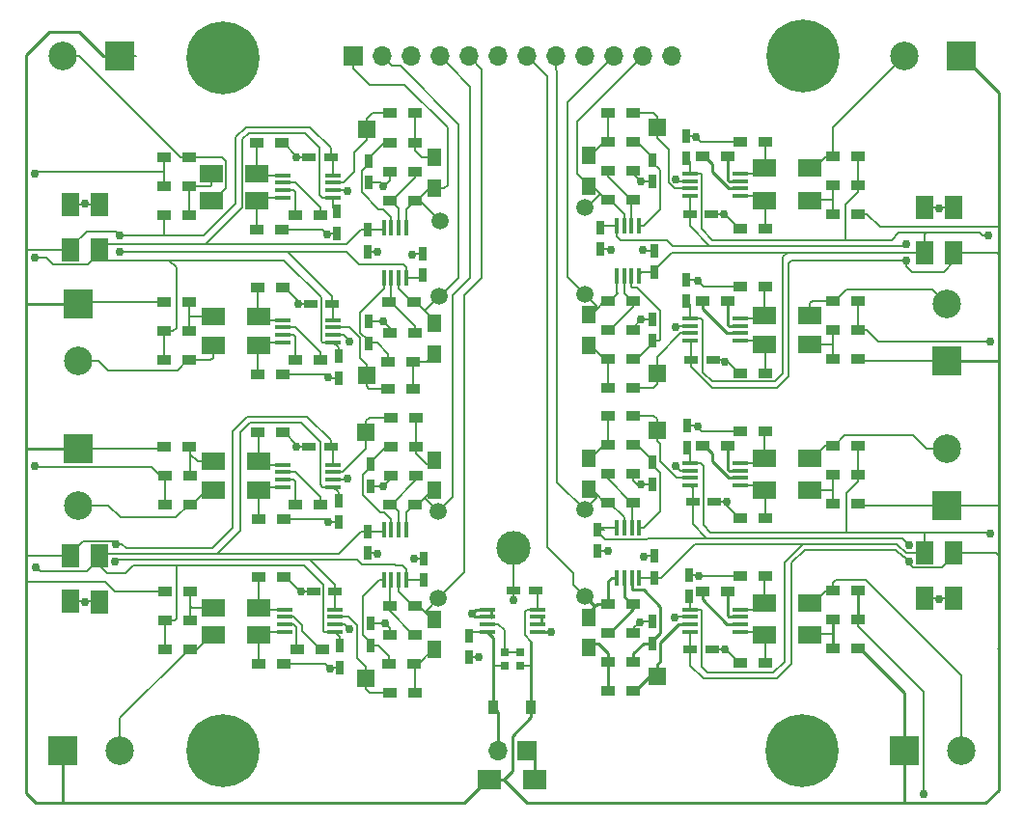
<source format=gbr>
G04 #@! TF.FileFunction,Copper,L1,Top,Signal*
%FSLAX46Y46*%
G04 Gerber Fmt 4.6, Leading zero omitted, Abs format (unit mm)*
G04 Created by KiCad (PCBNEW 4.0.6) date Fri Mar 31 15:22:04 2017*
%MOMM*%
%LPD*%
G01*
G04 APERTURE LIST*
%ADD10C,0.088900*%
%ADD11R,1.450000X0.450000*%
%ADD12R,1.200000X0.900000*%
%ADD13R,1.600000X2.000000*%
%ADD14R,1.200000X0.750000*%
%ADD15R,0.450000X1.450000*%
%ADD16R,0.900000X1.200000*%
%ADD17R,0.640000X0.700000*%
%ADD18R,1.700000X1.700000*%
%ADD19O,1.700000X1.700000*%
%ADD20C,6.400000*%
%ADD21R,1.500000X1.500000*%
%ADD22C,1.500000*%
%ADD23R,2.000000X1.700000*%
%ADD24C,3.000000*%
%ADD25R,0.750000X1.200000*%
%ADD26R,1.300000X1.500000*%
%ADD27R,2.000000X1.600000*%
%ADD28C,2.500000*%
%ADD29R,2.500000X2.500000*%
%ADD30C,0.754380*%
%ADD31C,0.203200*%
%ADD32C,0.254000*%
G04 APERTURE END LIST*
D10*
D11*
X147660000Y-126025000D03*
X147660000Y-126675000D03*
X147660000Y-127325000D03*
X147660000Y-127975000D03*
X152060000Y-127975000D03*
X152060000Y-127325000D03*
X152060000Y-126675000D03*
X152060000Y-126025000D03*
D12*
X169884999Y-105282997D03*
X172084999Y-105282997D03*
D13*
X113665000Y-90456000D03*
X113665000Y-94456000D03*
D12*
X121496000Y-86360000D03*
X119296000Y-86360000D03*
X130853000Y-104140000D03*
X133053000Y-104140000D03*
D14*
X133919000Y-111760000D03*
X132019000Y-111760000D03*
D12*
X119422999Y-124460000D03*
X121622999Y-124460000D03*
D15*
X140542080Y-119031548D03*
X139892080Y-119031548D03*
X139242080Y-119031548D03*
X138592080Y-119031548D03*
X138592080Y-123431548D03*
X139242080Y-123431548D03*
X139892080Y-123431548D03*
X140542080Y-123431548D03*
D11*
X169839999Y-102447998D03*
X169839999Y-101797998D03*
X169839999Y-101147998D03*
X169839999Y-100497998D03*
X165439999Y-100497998D03*
X165439999Y-101147998D03*
X165439999Y-101797998D03*
X165439999Y-102447998D03*
D12*
X177970001Y-124332999D03*
X180170001Y-124332999D03*
D16*
X151510000Y-134620000D03*
X148210000Y-134620000D03*
D17*
X150560000Y-129740500D03*
X149160000Y-129740500D03*
X149160000Y-130990500D03*
X150560000Y-130990500D03*
D18*
X151130000Y-138430000D03*
D19*
X148590000Y-138430000D03*
D20*
X175387000Y-77470000D03*
X124460000Y-77597000D03*
X175260000Y-138430000D03*
X124460000Y-138430000D03*
D18*
X135890001Y-77470000D03*
D19*
X138430001Y-77470000D03*
X140970001Y-77470000D03*
X143510001Y-77470000D03*
X146050001Y-77470000D03*
X148590001Y-77470000D03*
X151130001Y-77470000D03*
X153670001Y-77470000D03*
X156210001Y-77470000D03*
X158750001Y-77470000D03*
X161290001Y-77470000D03*
X163830001Y-77470000D03*
D21*
X137066180Y-83908953D03*
D22*
X143510000Y-91948000D03*
D21*
X137066180Y-105498947D03*
D22*
X143416182Y-98513948D03*
D21*
X137027087Y-110436549D03*
D22*
X143377082Y-117421552D03*
D21*
X137027082Y-132026546D03*
D22*
X143377082Y-125041550D03*
D21*
X162557509Y-131861607D03*
D22*
X156207512Y-124876607D03*
D21*
X162557511Y-110271612D03*
D22*
X156207510Y-117256614D03*
D21*
X162544473Y-105326266D03*
D22*
X156194471Y-98341265D03*
D21*
X162544471Y-83736263D03*
D22*
X156194478Y-90721268D03*
D23*
X151860000Y-140970000D03*
X147860000Y-140970000D03*
D24*
X149987000Y-120650000D03*
D12*
X160469469Y-87546264D03*
X158269469Y-87546264D03*
X158269472Y-90086264D03*
X160469472Y-90086264D03*
X169884999Y-92582997D03*
X172084999Y-92582997D03*
X177970000Y-88772999D03*
X180170000Y-88772999D03*
X177970002Y-86233001D03*
X180170002Y-86233001D03*
X160469476Y-85006261D03*
X158269476Y-85006261D03*
X158269472Y-82466266D03*
X160469472Y-82466266D03*
X168740000Y-86232999D03*
X166540000Y-86232999D03*
X172084999Y-84962997D03*
X169884999Y-84962997D03*
X180170001Y-91313001D03*
X177970001Y-91313001D03*
X160448973Y-101516263D03*
X158248973Y-101516263D03*
X158269474Y-98976268D03*
X160469474Y-98976268D03*
X177970002Y-101473004D03*
X180170002Y-101473004D03*
X178013000Y-98932998D03*
X180213000Y-98932998D03*
X160469476Y-104056265D03*
X158269476Y-104056265D03*
X158269470Y-106596266D03*
X160469470Y-106596266D03*
X168740000Y-98933002D03*
X166540000Y-98933002D03*
X172084999Y-97663000D03*
X169884999Y-97663000D03*
X180170000Y-104012999D03*
X177970000Y-104012999D03*
X160482513Y-114081614D03*
X158282513Y-114081614D03*
X158282508Y-116621613D03*
X160482508Y-116621613D03*
X169884999Y-117982997D03*
X172084999Y-117982997D03*
X177970000Y-114173000D03*
X180170000Y-114173000D03*
X177970002Y-111633001D03*
X180170002Y-111633001D03*
X160482508Y-111541613D03*
X158282508Y-111541613D03*
X158282515Y-109001612D03*
X160482515Y-109001612D03*
X168739999Y-111633002D03*
X166539999Y-111633002D03*
X172084999Y-110362997D03*
X169884999Y-110362997D03*
X180170002Y-116712999D03*
X177970002Y-116712999D03*
X160482508Y-128051611D03*
X158282508Y-128051611D03*
X158282509Y-125511613D03*
X160482509Y-125511613D03*
X169884999Y-130682997D03*
X172084999Y-130682997D03*
X177969999Y-126873000D03*
X180169999Y-126873000D03*
X160482509Y-130591608D03*
X158282509Y-130591608D03*
X158282516Y-133131611D03*
X160482516Y-133131611D03*
X168740000Y-124460000D03*
X166540000Y-124460000D03*
X172084999Y-123062999D03*
X169884999Y-123062999D03*
X180169998Y-129412999D03*
X177969998Y-129412999D03*
X139102082Y-128216547D03*
X141302082Y-128216547D03*
X141302084Y-125676549D03*
X139102084Y-125676549D03*
X129835000Y-123189999D03*
X127635000Y-123189999D03*
X121622999Y-127000001D03*
X119422999Y-127000001D03*
X121622997Y-129540001D03*
X119422997Y-129540001D03*
X139081585Y-130756548D03*
X141281585Y-130756548D03*
X141302082Y-133296546D03*
X139102082Y-133296546D03*
X130980000Y-129540000D03*
X133180000Y-129540000D03*
X127635000Y-130810003D03*
X129835000Y-130810003D03*
X139186086Y-114246552D03*
X141386086Y-114246552D03*
X141305515Y-116786549D03*
X139105515Y-116786549D03*
X129708002Y-110490006D03*
X127508002Y-110490006D03*
X121623001Y-114300002D03*
X119423001Y-114300002D03*
X121623000Y-116840000D03*
X119423000Y-116840000D03*
X139229081Y-111706552D03*
X141429081Y-111706552D03*
X141429083Y-109166550D03*
X139229083Y-109166550D03*
X130852999Y-116840002D03*
X133052999Y-116840002D03*
X127635001Y-118110002D03*
X129835001Y-118110002D03*
X119296000Y-111760001D03*
X121496000Y-111760001D03*
X121496000Y-101600000D03*
X119296000Y-101600000D03*
X121496000Y-104140000D03*
X119296000Y-104140000D03*
X119296000Y-99060000D03*
X121496000Y-99060000D03*
X139108000Y-87630000D03*
X141308000Y-87630000D03*
X141308000Y-90170000D03*
X139108000Y-90170000D03*
X121496000Y-88900000D03*
X119296000Y-88900000D03*
X141308000Y-82423000D03*
X139108000Y-82423000D03*
X130853000Y-91440000D03*
X133053000Y-91440000D03*
X127424000Y-92710000D03*
X129624000Y-92710000D03*
X139108000Y-85090000D03*
X141308000Y-85090000D03*
X138981000Y-104267000D03*
X141181000Y-104267000D03*
X141181000Y-106680000D03*
X138981000Y-106680000D03*
X129741000Y-97790000D03*
X127541000Y-97790000D03*
X141224000Y-99060000D03*
X139024000Y-99060000D03*
X139108000Y-101727000D03*
X141308000Y-101727000D03*
X129624000Y-85090000D03*
X127424000Y-85090000D03*
D11*
X169840000Y-89748000D03*
X169840000Y-89098000D03*
X169840000Y-88448000D03*
X169840000Y-87798000D03*
X165440000Y-87798000D03*
X165440000Y-88448000D03*
X165440000Y-89098000D03*
X165440000Y-89748000D03*
D15*
X159029472Y-96731264D03*
X159679472Y-96731264D03*
X160329472Y-96731264D03*
X160979472Y-96731264D03*
X160979472Y-92331264D03*
X160329472Y-92331264D03*
X159679472Y-92331264D03*
X159029472Y-92331264D03*
D11*
X169840000Y-115148000D03*
X169840000Y-114498000D03*
X169840000Y-113848000D03*
X169840000Y-113198000D03*
X165440000Y-113198000D03*
X165440000Y-113848000D03*
X165440000Y-114498000D03*
X165440000Y-115148000D03*
D15*
X159042507Y-123266609D03*
X159692507Y-123266609D03*
X160342507Y-123266609D03*
X160992507Y-123266609D03*
X160992507Y-118866609D03*
X160342507Y-118866609D03*
X159692507Y-118866609D03*
X159042507Y-118866609D03*
D11*
X169840001Y-127975000D03*
X169840001Y-127325000D03*
X169840001Y-126675000D03*
X169840001Y-126025000D03*
X165440001Y-126025000D03*
X165440001Y-126675000D03*
X165440001Y-127325000D03*
X165440001Y-127975000D03*
X129880000Y-126025000D03*
X129880000Y-126675000D03*
X129880000Y-127325000D03*
X129880000Y-127975000D03*
X134280000Y-127975000D03*
X134280000Y-127325000D03*
X134280000Y-126675000D03*
X134280000Y-126025000D03*
X129753001Y-113324999D03*
X129753001Y-113974999D03*
X129753001Y-114624999D03*
X129753001Y-115274999D03*
X134153001Y-115274999D03*
X134153001Y-114624999D03*
X134153001Y-113974999D03*
X134153001Y-113324999D03*
X129752999Y-87925000D03*
X129752999Y-88575000D03*
X129752999Y-89225000D03*
X129752999Y-89875000D03*
X134152999Y-89875000D03*
X134152999Y-89225000D03*
X134152999Y-88575000D03*
X134152999Y-87925000D03*
X129753002Y-100624998D03*
X129753002Y-101274998D03*
X129753002Y-101924998D03*
X129753002Y-102574998D03*
X134153002Y-102574998D03*
X134153002Y-101924998D03*
X134153002Y-101274998D03*
X134153002Y-100624998D03*
D15*
X140548000Y-92542000D03*
X139898000Y-92542000D03*
X139248000Y-92542000D03*
X138598000Y-92542000D03*
X138598000Y-96942000D03*
X139248000Y-96942000D03*
X139898000Y-96942000D03*
X140548000Y-96942000D03*
D25*
X146050000Y-130236000D03*
X146050000Y-128336000D03*
D14*
X151889499Y-124333000D03*
X149989499Y-124333000D03*
D25*
X162163472Y-86596264D03*
X162163472Y-88496264D03*
X162163477Y-102466268D03*
X162163477Y-100566268D03*
X157607000Y-92522000D03*
X157607000Y-94422000D03*
D14*
X165420000Y-91313000D03*
X167320000Y-91313000D03*
X165547000Y-104140000D03*
X167447000Y-104140000D03*
D25*
X162176513Y-113131612D03*
X162176513Y-115031612D03*
X162176511Y-129001607D03*
X162176511Y-127101607D03*
X157353000Y-119004000D03*
X157353000Y-120904000D03*
D14*
X165674000Y-116586000D03*
X167574000Y-116586000D03*
X165481000Y-129540000D03*
X167381000Y-129540000D03*
D25*
X137408080Y-129166551D03*
X137408080Y-127266551D03*
X137408081Y-113296548D03*
X137408081Y-115196548D03*
X142113000Y-123444000D03*
X142113000Y-121544000D03*
D14*
X134300000Y-124460000D03*
X132400000Y-124460000D03*
D25*
X137287000Y-86680000D03*
X137287000Y-88580000D03*
X141986000Y-96708000D03*
X141986000Y-94808000D03*
D14*
X134046000Y-99187000D03*
X132146000Y-99187000D03*
X133919000Y-86360000D03*
X132019000Y-86360000D03*
D25*
X137287000Y-102677000D03*
X137287000Y-100777000D03*
D13*
X111125000Y-94456000D03*
X111125000Y-90456000D03*
D26*
X143035178Y-89068953D03*
X143035178Y-86368953D03*
X143002000Y-100932000D03*
X143002000Y-103632000D03*
D25*
X134493000Y-93025000D03*
X134493000Y-91125000D03*
X134620000Y-105725000D03*
X134620000Y-103825000D03*
X137160000Y-94610000D03*
X137160000Y-92710000D03*
D13*
X111125000Y-121317000D03*
X111125000Y-125317000D03*
D26*
X142996080Y-115596549D03*
X142996080Y-112896549D03*
X142996082Y-126866550D03*
X142996082Y-129566550D03*
D25*
X134620000Y-118364000D03*
X134620000Y-116464000D03*
X134747000Y-131125000D03*
X134747000Y-129225000D03*
X137160000Y-121092000D03*
X137160000Y-119192000D03*
D13*
X113665000Y-125349000D03*
X113665000Y-121349000D03*
X188595000Y-121063000D03*
X188595000Y-125063000D03*
D26*
X156588514Y-126699110D03*
X156588514Y-129399110D03*
X156588505Y-115431611D03*
X156588505Y-112731611D03*
D25*
X165354000Y-123002000D03*
X165354000Y-124902000D03*
X165227000Y-109921000D03*
X165227000Y-111821000D03*
X162306000Y-121351000D03*
X162306000Y-123251000D03*
D13*
X186055000Y-125063000D03*
X186055000Y-121063000D03*
X188595000Y-94710000D03*
X188595000Y-90710000D03*
D26*
X156575472Y-100166269D03*
X156575472Y-102866269D03*
X156575475Y-88896266D03*
X156575475Y-86196266D03*
D25*
X165100000Y-97094000D03*
X165100000Y-98994000D03*
X165100000Y-84521000D03*
X165100000Y-86421000D03*
X162306000Y-94554000D03*
X162306000Y-96454000D03*
D13*
X186055000Y-90710000D03*
X186055000Y-94710000D03*
D12*
X119296000Y-91440000D03*
X121496000Y-91440000D03*
X127551000Y-105410000D03*
X129751000Y-105410000D03*
D27*
X127476000Y-90170000D03*
X123476000Y-90170000D03*
X127476000Y-87757000D03*
X123476000Y-87757000D03*
X127603000Y-102870000D03*
X123603000Y-102870000D03*
X127603000Y-100330000D03*
X123603000Y-100330000D03*
X127603002Y-115569998D03*
X123603002Y-115569998D03*
X127603000Y-113029999D03*
X123603000Y-113029999D03*
X127603000Y-128269998D03*
X123603000Y-128269998D03*
X127603000Y-125857000D03*
X123603000Y-125857000D03*
X171989999Y-125476000D03*
X175989999Y-125476000D03*
X171989998Y-128270000D03*
X175989998Y-128270000D03*
X171990000Y-112776000D03*
X175990000Y-112776000D03*
X171990001Y-115570000D03*
X175990001Y-115570000D03*
X171989998Y-100203001D03*
X175989998Y-100203001D03*
X171990001Y-102742998D03*
X175990001Y-102742998D03*
X171990000Y-87249000D03*
X175990000Y-87249000D03*
X171990001Y-90170000D03*
X175990001Y-90170000D03*
D28*
X110443000Y-77470000D03*
D29*
X115443000Y-77470000D03*
D28*
X111760000Y-104187000D03*
D29*
X111760000Y-99187000D03*
D28*
X111759998Y-116887001D03*
D29*
X111759998Y-111887001D03*
D28*
X115443000Y-138430000D03*
D29*
X110443000Y-138430000D03*
D28*
X189230000Y-138430000D03*
D29*
X184230000Y-138430000D03*
D28*
X187959999Y-111887001D03*
D29*
X187959999Y-116887001D03*
D28*
X187960000Y-99186998D03*
D29*
X187960000Y-104186998D03*
D28*
X184230000Y-77470000D03*
D29*
X189230000Y-77470000D03*
D30*
X146875500Y-130175000D03*
X149987000Y-125222001D03*
X161290000Y-94488000D03*
X158496000Y-94488000D03*
X165989000Y-84582000D03*
X168402000Y-91313000D03*
X166116002Y-97155000D03*
X168529000Y-104267000D03*
X166116000Y-109982000D03*
X168656000Y-116586000D03*
X161417000Y-121412000D03*
X158242000Y-120904000D03*
X166243000Y-123063000D03*
X168529000Y-129540000D03*
X133857998Y-131191000D03*
X131318000Y-124460000D03*
X138049000Y-121158000D03*
X141224000Y-121539000D03*
X133731000Y-118364000D03*
X130937000Y-111760000D03*
X133731000Y-105663988D03*
X131064000Y-99187000D03*
X138049000Y-94615000D03*
X141097000Y-94869000D03*
X133604000Y-93091000D03*
X130937000Y-86360000D03*
X164210795Y-88254934D03*
X187325000Y-90805000D03*
X112395000Y-90424000D03*
X138557000Y-88900000D03*
X135590309Y-102501086D03*
X135382000Y-89281000D03*
X135382000Y-114554000D03*
X112395000Y-125349000D03*
X135559992Y-127762000D03*
X187325000Y-125095001D03*
X164211000Y-101219000D03*
X164160008Y-113411000D03*
X164084000Y-126746000D03*
X161036000Y-127127000D03*
X138684000Y-127254000D03*
X138557000Y-115189000D03*
X138557000Y-100711000D03*
X161162990Y-100584000D03*
X161163000Y-88496264D03*
X161163000Y-115031612D03*
X153289000Y-128016000D03*
X146304000Y-126365000D03*
X115384275Y-94636600D03*
X115443000Y-93218000D03*
X115020020Y-121793000D03*
X115062000Y-120269000D03*
X184658032Y-121814600D03*
X184658000Y-120352809D03*
X184404000Y-93980000D03*
X184404000Y-95377000D03*
X191643000Y-93218002D03*
X107950000Y-95123000D03*
X108077000Y-122301000D03*
X191770000Y-119380000D03*
X107950000Y-87757000D03*
X107950000Y-113411000D03*
X191770000Y-102489000D03*
X185928000Y-142240000D03*
D31*
X149989499Y-124333000D02*
X149989499Y-120652499D01*
X149989499Y-120652499D02*
X149987000Y-120650000D01*
X146814500Y-130236000D02*
X146875500Y-130175000D01*
X146050000Y-130236000D02*
X146814500Y-130236000D01*
X149989500Y-124333001D02*
X149989501Y-125219501D01*
X149989501Y-125219501D02*
X149987000Y-125222001D01*
X162306000Y-94554000D02*
X161356000Y-94554000D01*
X161356000Y-94554000D02*
X161290000Y-94488000D01*
X158562000Y-94554000D02*
X158496000Y-94488000D01*
X158430000Y-94422000D02*
X158496000Y-94488000D01*
X157607000Y-94422000D02*
X158430000Y-94422000D01*
X165100000Y-84521000D02*
X165928000Y-84521000D01*
X166366189Y-84959189D02*
X165989000Y-84582000D01*
X166369997Y-84962997D02*
X166366189Y-84959189D01*
X169884999Y-84962997D02*
X166369997Y-84962997D01*
X165928000Y-84521000D02*
X165989000Y-84582000D01*
X168465002Y-91313000D02*
X168402000Y-91313000D01*
X169734999Y-92582997D02*
X168465002Y-91313000D01*
X169884999Y-92582997D02*
X169734999Y-92582997D01*
X167320000Y-91313000D02*
X168402000Y-91313000D01*
X165100000Y-97094000D02*
X166055002Y-97094000D01*
X166055002Y-97094000D02*
X166116002Y-97155000D01*
X166493191Y-97532189D02*
X166116002Y-97155000D01*
X166624002Y-97663000D02*
X166493191Y-97532189D01*
X169884999Y-97663000D02*
X166624002Y-97663000D01*
X168402000Y-104140000D02*
X168529000Y-104267000D01*
X168719002Y-104267000D02*
X168529000Y-104267000D01*
X169884999Y-105282997D02*
X169734999Y-105282997D01*
X167447000Y-104140000D02*
X168402000Y-104140000D01*
X169734999Y-105282997D02*
X168719002Y-104267000D01*
X166055000Y-109921000D02*
X166116000Y-109982000D01*
X165227000Y-109921000D02*
X166055000Y-109921000D01*
X166493189Y-110359189D02*
X166116000Y-109982000D01*
X166496997Y-110362997D02*
X166493189Y-110359189D01*
X169884999Y-110362997D02*
X166496997Y-110362997D01*
X168656000Y-116903998D02*
X168656000Y-116586000D01*
X169734999Y-117982997D02*
X168656000Y-116903998D01*
X169884999Y-117982997D02*
X169734999Y-117982997D01*
X167574000Y-116586000D02*
X168656000Y-116586000D01*
X162306000Y-121351000D02*
X161478000Y-121351000D01*
X161478000Y-121351000D02*
X161417000Y-121412000D01*
X157353000Y-120904000D02*
X158242000Y-120904000D01*
X166182000Y-123002000D02*
X166243000Y-123063000D01*
X165354000Y-123002000D02*
X166182000Y-123002000D01*
X166776427Y-123063000D02*
X166243000Y-123063000D01*
X169884999Y-123062999D02*
X166776427Y-123063000D01*
X168592002Y-129540000D02*
X168529000Y-129540000D01*
X169734999Y-130682997D02*
X168592002Y-129540000D01*
X169884999Y-130682997D02*
X169734999Y-130682997D01*
X167381000Y-129540000D02*
X168529000Y-129540000D01*
X133923998Y-131125000D02*
X133857998Y-131191000D01*
X134747000Y-131125000D02*
X133923998Y-131125000D01*
X133477001Y-130810003D02*
X133480809Y-130813811D01*
X129835000Y-130810003D02*
X133477001Y-130810003D01*
X133480809Y-130813811D02*
X133857998Y-131191000D01*
X129985000Y-123189999D02*
X131255001Y-124460000D01*
X129835000Y-123189999D02*
X129985000Y-123189999D01*
X132400000Y-124460000D02*
X131318000Y-124460000D01*
X131255001Y-124460000D02*
X131318000Y-124460000D01*
X137160000Y-121092000D02*
X137983000Y-121092000D01*
X137983000Y-121092000D02*
X138049000Y-121158000D01*
X141229000Y-121544000D02*
X141224000Y-121539000D01*
X142113000Y-121544000D02*
X141229000Y-121544000D01*
X133477002Y-118110002D02*
X133731000Y-118364000D01*
X129835001Y-118110002D02*
X133477002Y-118110002D01*
X134620000Y-118364000D02*
X133731000Y-118364000D01*
X130937000Y-111569004D02*
X130937000Y-111760000D01*
X129858002Y-110490006D02*
X130937000Y-111569004D01*
X129708002Y-110490006D02*
X129858002Y-110490006D01*
X130810000Y-111760000D02*
X130937000Y-111760000D01*
X132019000Y-111760000D02*
X130810000Y-111760000D01*
X133477012Y-105410000D02*
X133731000Y-105663988D01*
X129751000Y-105410000D02*
X133477012Y-105410000D01*
X133792012Y-105725000D02*
X133731000Y-105663988D01*
X134620000Y-105725000D02*
X133792012Y-105725000D01*
X131064000Y-98963000D02*
X131064000Y-99187000D01*
X129891000Y-97790000D02*
X131064000Y-98963000D01*
X129741000Y-97790000D02*
X129891000Y-97790000D01*
X132146000Y-99187000D02*
X131064000Y-99187000D01*
X137160000Y-94610000D02*
X138044000Y-94610000D01*
X138044000Y-94610000D02*
X138049000Y-94615000D01*
X141986000Y-94808000D02*
X141158000Y-94808000D01*
X141158000Y-94808000D02*
X141097000Y-94869000D01*
X133670000Y-93025000D02*
X133604000Y-93091000D01*
X134493000Y-93025000D02*
X133670000Y-93025000D01*
X133226811Y-92713811D02*
X133604000Y-93091000D01*
X133223000Y-92710000D02*
X133226811Y-92713811D01*
X129624000Y-92710000D02*
X133223000Y-92710000D01*
X130937000Y-86253000D02*
X130937000Y-86360000D01*
X129774000Y-85090000D02*
X130937000Y-86253000D01*
X129624000Y-85090000D02*
X129774000Y-85090000D01*
X132019000Y-86360000D02*
X130937000Y-86360000D01*
X165440000Y-88448000D02*
X164403861Y-88448000D01*
X164403861Y-88448000D02*
X164210795Y-88254934D01*
X188595000Y-90710000D02*
X187420000Y-90710000D01*
X187420000Y-90710000D02*
X187325000Y-90805000D01*
X186055000Y-90710000D02*
X187230000Y-90710000D01*
X187230000Y-90710000D02*
X187325000Y-90805000D01*
X111125000Y-90456000D02*
X112363000Y-90456000D01*
X112363000Y-90456000D02*
X112395000Y-90424000D01*
X113665000Y-90456000D02*
X112427000Y-90456000D01*
X112427000Y-90456000D02*
X112395000Y-90424000D01*
X139108000Y-88349000D02*
X138934189Y-88522811D01*
X139108000Y-87630000D02*
X139108000Y-88349000D01*
X138237000Y-88580000D02*
X138557000Y-88900000D01*
X138934189Y-88522811D02*
X138557000Y-88900000D01*
X137287000Y-88580000D02*
X138237000Y-88580000D01*
X137160000Y-100716000D02*
X138552000Y-100716000D01*
X138552000Y-100716000D02*
X138557000Y-100711000D01*
X135081202Y-101924998D02*
X135590309Y-102434105D01*
X134153002Y-101924998D02*
X135081202Y-101924998D01*
X135590309Y-102434105D02*
X135590309Y-102501086D01*
X134152999Y-89225000D02*
X135326000Y-89225000D01*
X135326000Y-89225000D02*
X135382000Y-89281000D01*
X134153001Y-114624999D02*
X135311001Y-114624999D01*
X135311001Y-114624999D02*
X135382000Y-114554000D01*
X113665000Y-125316998D02*
X112427002Y-125316998D01*
X112427002Y-125316998D02*
X112395000Y-125349000D01*
X111124998Y-125317000D02*
X112363000Y-125317000D01*
X112363000Y-125317000D02*
X112395000Y-125349000D01*
X135122992Y-127325000D02*
X135559992Y-127762000D01*
X134280000Y-127325000D02*
X135122992Y-127325000D01*
X186055000Y-125062999D02*
X187293000Y-125063001D01*
X187293000Y-125063001D02*
X187325000Y-125095001D01*
X188594999Y-125063000D02*
X187357000Y-125063000D01*
X187357000Y-125063000D02*
X187325000Y-125095001D01*
X164282002Y-101147998D02*
X164211000Y-101219000D01*
X165439999Y-101147998D02*
X164282002Y-101147998D01*
X165440000Y-113848000D02*
X164597008Y-113848000D01*
X164597008Y-113848000D02*
X164160008Y-113411000D01*
X165440001Y-126675000D02*
X164155000Y-126675000D01*
X164155000Y-126675000D02*
X164084000Y-126746000D01*
X162176511Y-127101607D02*
X161061393Y-127101607D01*
X161061393Y-127101607D02*
X161036000Y-127127000D01*
X160482508Y-128051611D02*
X160482508Y-127680492D01*
X160482508Y-127680492D02*
X161036000Y-127127000D01*
X139102082Y-128216547D02*
X139102082Y-127672082D01*
X139102082Y-127672082D02*
X138684000Y-127254000D01*
X137408080Y-127266551D02*
X138671449Y-127266551D01*
X138671449Y-127266551D02*
X138684000Y-127254000D01*
X137408081Y-115196548D02*
X138549452Y-115196548D01*
X138549452Y-115196548D02*
X138557000Y-115189000D01*
X139186086Y-114246552D02*
X139186086Y-114559914D01*
X139186086Y-114559914D02*
X138557000Y-115189000D01*
X138529047Y-100738953D02*
X138557000Y-100711000D01*
X139141175Y-101688949D02*
X139141175Y-101295175D01*
X139141175Y-101295175D02*
X138557000Y-100711000D01*
X162163477Y-100566268D02*
X161180722Y-100566268D01*
X161180722Y-100566268D02*
X161162990Y-100584000D01*
X160448973Y-101516263D02*
X160448973Y-101298017D01*
X160448973Y-101298017D02*
X161162990Y-100584000D01*
X160448973Y-101516263D02*
X160598973Y-101516263D01*
X162163472Y-88496264D02*
X161163000Y-88496264D01*
X160469469Y-87546264D02*
X160469469Y-87802733D01*
X160469469Y-87802733D02*
X161163000Y-88496264D01*
X161163000Y-115031612D02*
X160779311Y-115031612D01*
X162176513Y-115031612D02*
X161163000Y-115031612D01*
X160482513Y-114734814D02*
X160482513Y-114081614D01*
X160779311Y-115031612D02*
X160482513Y-114734814D01*
D32*
X152060000Y-127975000D02*
X153248000Y-127975000D01*
X153248000Y-127975000D02*
X153289000Y-128016000D01*
X146614000Y-126675000D02*
X146304000Y-126365000D01*
X147660000Y-126675000D02*
X146614000Y-126675000D01*
X147660000Y-126025000D02*
X146644000Y-126025000D01*
X146644000Y-126025000D02*
X146304000Y-126365000D01*
X148000000Y-126066000D02*
X147500000Y-126066000D01*
X148000000Y-126716000D02*
X148000000Y-126066000D01*
D31*
X141308000Y-85090000D02*
X141308000Y-85743200D01*
X141308000Y-85743200D02*
X141933753Y-86368953D01*
X141933753Y-86368953D02*
X142181978Y-86368953D01*
X142181978Y-86368953D02*
X143035178Y-86368953D01*
X141308000Y-82423000D02*
X141308000Y-85090000D01*
X143035178Y-86768953D02*
X143035178Y-86543953D01*
X129752999Y-89875000D02*
X127771000Y-89875000D01*
X127476000Y-90170000D02*
X127476000Y-92658000D01*
X127771000Y-89875000D02*
X127476000Y-90170000D01*
X127476000Y-92658000D02*
X127424000Y-92710000D01*
X121496000Y-88900000D02*
X123386200Y-88900000D01*
X123386200Y-88900000D02*
X123476000Y-88810200D01*
X123476000Y-88810200D02*
X123476000Y-87757000D01*
X121496000Y-91440000D02*
X121496000Y-90786800D01*
X121496000Y-90786800D02*
X121496000Y-88900000D01*
X127551000Y-105410000D02*
X127551000Y-102922000D01*
X127551000Y-102922000D02*
X127603000Y-102870000D01*
X129753002Y-102574998D02*
X127898002Y-102574998D01*
X127898002Y-102574998D02*
X127603000Y-102870000D01*
X138598000Y-96942000D02*
X138598000Y-97870200D01*
X137983200Y-102616000D02*
X138981000Y-103613800D01*
X138598000Y-97870200D02*
X136525000Y-99943200D01*
X136525000Y-99943200D02*
X136525000Y-101727000D01*
X136525000Y-101727000D02*
X137160000Y-102362000D01*
X137160000Y-102362000D02*
X137160000Y-102616000D01*
X137160000Y-102616000D02*
X137983200Y-102616000D01*
X138981000Y-103613800D02*
X138981000Y-104267000D01*
D32*
X152400000Y-127366000D02*
X152400000Y-126716000D01*
D31*
X143510000Y-91948000D02*
X141732000Y-90170000D01*
X141732000Y-90170000D02*
X141308000Y-90170000D01*
X143035178Y-89068953D02*
X143888378Y-89068953D01*
X144166178Y-88791153D02*
X144166178Y-83745007D01*
X143888378Y-89068953D02*
X144166178Y-88791153D01*
X141308000Y-90170000D02*
X141458000Y-90170000D01*
X141458000Y-90170000D02*
X142559047Y-89068953D01*
X142559047Y-89068953D02*
X143035178Y-89068953D01*
X140548000Y-92542000D02*
X140548000Y-92497000D01*
X140548000Y-92497000D02*
X140589000Y-92456000D01*
X140589000Y-92456000D02*
X140589000Y-90889000D01*
X140589000Y-90889000D02*
X141308000Y-90170000D01*
X135890001Y-78523200D02*
X135890001Y-77470000D01*
X140431171Y-80010000D02*
X137376801Y-80010000D01*
X144166178Y-83745007D02*
X140431171Y-80010000D01*
X137376801Y-80010000D02*
X135890001Y-78523200D01*
X143416182Y-98513948D02*
X143548052Y-98513948D01*
X145161000Y-96901000D02*
X145161000Y-83439000D01*
X145161000Y-83439000D02*
X140041999Y-78319999D01*
X143548052Y-98513948D02*
X145161000Y-96901000D01*
X140041999Y-78319999D02*
X139280000Y-78319999D01*
X139280000Y-78319999D02*
X138430001Y-77470000D01*
X142240000Y-99926000D02*
X143002000Y-100688000D01*
X141374000Y-99060000D02*
X142240000Y-99926000D01*
X142240000Y-99926000D02*
X142240000Y-99690130D01*
X142240000Y-99690130D02*
X143416182Y-98513948D01*
X141224000Y-99060000D02*
X141374000Y-99060000D01*
X143002000Y-100688000D02*
X143002000Y-100932000D01*
X141341178Y-99148951D02*
X141176751Y-99148951D01*
X141176751Y-99148951D02*
X139898000Y-97870200D01*
X139898000Y-97870200D02*
X139898000Y-96942000D01*
X137066180Y-83908953D02*
X137066180Y-82955753D01*
X137066180Y-82955753D02*
X137598933Y-82423000D01*
X137598933Y-82423000D02*
X138304800Y-82423000D01*
X138304800Y-82423000D02*
X139108000Y-82423000D01*
X134152999Y-88575000D02*
X135081199Y-88575000D01*
X135081199Y-88575000D02*
X136017000Y-87639199D01*
X136017000Y-87639199D02*
X136017000Y-85911333D01*
X136017000Y-85911333D02*
X137066180Y-84862153D01*
X137066180Y-84862153D02*
X137066180Y-83908953D01*
X137066180Y-105498947D02*
X137066180Y-104545747D01*
X137066180Y-104545747D02*
X136470594Y-103950161D01*
X136470594Y-103950161D02*
X136470594Y-102211424D01*
X136470594Y-102211424D02*
X135534168Y-101274998D01*
X135534168Y-101274998D02*
X135081202Y-101274998D01*
X135081202Y-101274998D02*
X134153002Y-101274998D01*
X137066180Y-105498947D02*
X137066180Y-106452147D01*
X137066180Y-106452147D02*
X137294033Y-106680000D01*
X137294033Y-106680000D02*
X138177800Y-106680000D01*
X138177800Y-106680000D02*
X138981000Y-106680000D01*
X152060000Y-126025000D02*
X152060000Y-124503501D01*
X152060000Y-124503501D02*
X151889499Y-124333000D01*
X150939500Y-128270000D02*
X150939500Y-126217300D01*
X150939500Y-126217300D02*
X151131800Y-126025000D01*
X151131800Y-126025000D02*
X152060000Y-126025000D01*
X151510000Y-128840500D02*
X150939500Y-128270000D01*
D32*
X151510000Y-130937000D02*
X151510000Y-128840500D01*
X151510000Y-134620000D02*
X151510000Y-130937000D01*
D31*
X151456500Y-130990500D02*
X150560000Y-130990500D01*
X151510000Y-130937000D02*
X151456500Y-130990500D01*
X136256076Y-121665998D02*
X132080000Y-121665998D01*
X139638835Y-122195592D02*
X139522827Y-122079584D01*
X140234324Y-122195592D02*
X139638835Y-122195592D01*
X140542080Y-122503348D02*
X140234324Y-122195592D01*
X136669662Y-122079584D02*
X136256076Y-121665998D01*
X140542080Y-123431548D02*
X140542080Y-122503348D01*
X139522827Y-122079584D02*
X136669662Y-122079584D01*
X180170001Y-91313001D02*
X180973201Y-91313001D01*
X191306244Y-92456000D02*
X192532000Y-92456000D01*
X180973201Y-91313001D02*
X182116200Y-92456000D01*
X182116200Y-92456000D02*
X191306244Y-92456000D01*
X165481000Y-129540000D02*
X165481000Y-130937000D01*
X165481000Y-130937000D02*
X166624000Y-132080000D01*
X166624000Y-132080000D02*
X173101000Y-132080000D01*
X173101000Y-132080000D02*
X174374811Y-130806189D01*
X175514000Y-120777000D02*
X183515000Y-120777000D01*
X174374811Y-130806189D02*
X174374811Y-121916189D01*
X183515000Y-120777000D02*
X184175411Y-121437411D01*
X174374811Y-121916189D02*
X175514000Y-120777000D01*
X184175411Y-121437411D02*
X184280843Y-121437411D01*
X184280843Y-121437411D02*
X184658032Y-121814600D01*
X133919000Y-111760000D02*
X133919000Y-111186000D01*
X133919000Y-111186000D02*
X131826000Y-109093000D01*
X131826000Y-109093000D02*
X126619000Y-109093000D01*
X115595427Y-120269000D02*
X115062000Y-120269000D01*
X126619000Y-109093000D02*
X125349000Y-110363000D01*
X125349000Y-110363000D02*
X125349000Y-118872000D01*
X125349000Y-118872000D02*
X123571000Y-120650000D01*
X115976427Y-120650000D02*
X115595427Y-120269000D01*
X123571000Y-120650000D02*
X115976427Y-120650000D01*
X133919000Y-86360000D02*
X133919000Y-85532000D01*
X133919000Y-85532000D02*
X132080000Y-83693000D01*
X132080000Y-83693000D02*
X126492000Y-83693000D01*
X126492000Y-83693000D02*
X125603000Y-84582000D01*
X125603000Y-84582000D02*
X125603000Y-90395922D01*
X125603000Y-90395922D02*
X122780922Y-93218000D01*
X122780922Y-93218000D02*
X121224000Y-93218000D01*
X121224000Y-93218000D02*
X119253000Y-93218000D01*
X135276600Y-94636600D02*
X130175000Y-94636600D01*
X130175000Y-94636600D02*
X115917702Y-94636600D01*
X134046000Y-98608800D02*
X134046000Y-98507600D01*
X134046000Y-98507600D02*
X130175000Y-94636600D01*
X140548000Y-96942000D02*
X140548000Y-96013800D01*
X140548000Y-96013800D02*
X140301601Y-95767401D01*
X140301601Y-95767401D02*
X136407401Y-95767401D01*
X136407401Y-95767401D02*
X135276600Y-94636600D01*
X115917702Y-94636600D02*
X115384275Y-94636600D01*
X119253000Y-93218000D02*
X115443000Y-93218000D01*
X119296000Y-91440000D02*
X119296000Y-93175000D01*
X119296000Y-93175000D02*
X119253000Y-93218000D01*
X119446000Y-91440000D02*
X119296000Y-91440000D01*
X115443000Y-93218000D02*
X115065811Y-92840811D01*
X115065811Y-92840811D02*
X112540189Y-92840811D01*
X111125000Y-94256000D02*
X111125000Y-94456000D01*
X112540189Y-92840811D02*
X111125000Y-94256000D01*
D32*
X192532000Y-92456000D02*
X192532000Y-80645000D01*
X189357000Y-77470000D02*
X189150000Y-77470000D01*
X192532000Y-80645000D02*
X189357000Y-77470000D01*
D31*
X107188000Y-121412000D02*
X107283000Y-121317000D01*
X107283000Y-121317000D02*
X110121800Y-121317000D01*
X110121800Y-121317000D02*
X111125000Y-121317000D01*
D32*
X107188000Y-124460000D02*
X107188000Y-123571000D01*
X107188000Y-123571000D02*
X107188000Y-122809000D01*
D31*
X119422999Y-124460000D02*
X115033971Y-124460000D01*
X115033971Y-124460000D02*
X114144971Y-123571000D01*
X114144971Y-123571000D02*
X107188000Y-123571000D01*
X115062000Y-120269000D02*
X114862599Y-120069599D01*
X114862599Y-120069599D02*
X112172401Y-120069599D01*
X111125000Y-121117000D02*
X111125000Y-121317000D01*
X112172401Y-120069599D02*
X111125000Y-121117000D01*
X111125000Y-121517000D02*
X111125000Y-121317000D01*
D32*
X107188000Y-121412000D02*
X107188000Y-111760000D01*
X107188000Y-122809000D02*
X107188000Y-121412000D01*
D31*
X132080000Y-121665998D02*
X115147022Y-121665998D01*
X134300000Y-123881800D02*
X134295802Y-123881800D01*
X134295802Y-123881800D02*
X132080000Y-121665998D01*
X115147022Y-121665998D02*
X115020020Y-121793000D01*
X115020014Y-121793006D02*
X115020020Y-121793000D01*
X115020002Y-121793018D02*
X115020020Y-121793000D01*
X184658032Y-121814600D02*
X184658032Y-121968954D01*
X184658032Y-121968954D02*
X185031479Y-122342401D01*
X185031479Y-122342401D02*
X187515599Y-122342401D01*
X187515599Y-122342401D02*
X188595000Y-121263000D01*
X188595000Y-121263000D02*
X188595000Y-121063000D01*
X184280811Y-119975620D02*
X184658000Y-120352809D01*
X166878000Y-119761000D02*
X184066191Y-119761000D01*
X184066191Y-119761000D02*
X184280811Y-119975620D01*
X187959999Y-116887001D02*
X192484999Y-116887001D01*
X192484999Y-116887001D02*
X192532000Y-116840000D01*
X166878000Y-119761000D02*
X165989000Y-119761000D01*
X165674000Y-116586000D02*
X165674000Y-118557000D01*
X165674000Y-118557000D02*
X166878000Y-119761000D01*
X157353000Y-119004000D02*
X157353000Y-119229000D01*
X157353000Y-119229000D02*
X158012000Y-119888000D01*
X158012000Y-119888000D02*
X161671000Y-119888000D01*
X161671000Y-119888000D02*
X161798000Y-119761000D01*
X161798000Y-119761000D02*
X165989000Y-119761000D01*
D32*
X192532000Y-94869000D02*
X192532000Y-94742000D01*
X192532000Y-104140000D02*
X192532000Y-94869000D01*
D31*
X192532000Y-94869000D02*
X192373000Y-94710000D01*
X192373000Y-94710000D02*
X188595000Y-94710000D01*
D32*
X192532000Y-94742000D02*
X192532000Y-92456000D01*
D31*
X188595000Y-94710000D02*
X188595000Y-94510000D01*
X184404000Y-95377000D02*
X184404000Y-95885000D01*
X184404000Y-95885000D02*
X184912000Y-96393000D01*
X184912000Y-96393000D02*
X187706000Y-96393000D01*
X187706000Y-96393000D02*
X188595000Y-95504000D01*
X188595000Y-95504000D02*
X188595000Y-94710000D01*
X184404000Y-93980000D02*
X184277000Y-94107000D01*
X184277000Y-94107000D02*
X167164588Y-94107000D01*
X184404000Y-95377000D02*
X174371000Y-95377000D01*
X174371000Y-95377000D02*
X174117000Y-95631000D01*
X173101000Y-106553000D02*
X167381800Y-106553000D01*
X174117000Y-95631000D02*
X174117000Y-105537000D01*
X165547000Y-104718200D02*
X165547000Y-104140000D01*
X174117000Y-105537000D02*
X173101000Y-106553000D01*
X167381800Y-106553000D02*
X165547000Y-104718200D01*
X187293000Y-117554000D02*
X187959999Y-116887001D01*
X163449000Y-93599000D02*
X163957000Y-94107000D01*
X163957000Y-94107000D02*
X167164588Y-94107000D01*
X159369008Y-93599000D02*
X163449000Y-93599000D01*
X159029472Y-92331264D02*
X159029472Y-93259464D01*
X159029472Y-93259464D02*
X159369008Y-93599000D01*
X165420000Y-92362412D02*
X167164588Y-94107000D01*
X165420000Y-91313000D02*
X165420000Y-92362412D01*
X188595000Y-120863000D02*
X188595000Y-121063000D01*
X134300000Y-124460000D02*
X134300000Y-123881800D01*
X134046000Y-98608800D02*
X134041800Y-98608800D01*
X134046000Y-99187000D02*
X134046000Y-98608800D01*
X119296000Y-99060000D02*
X111887000Y-99060000D01*
X111887000Y-99060000D02*
X111760000Y-99187000D01*
X107220000Y-94456000D02*
X111125000Y-94456000D01*
D32*
X107188000Y-94488000D02*
X107188000Y-77343000D01*
X107188000Y-99187000D02*
X107188000Y-94488000D01*
D31*
X107188000Y-94488000D02*
X107220000Y-94456000D01*
X134152999Y-87925000D02*
X134152999Y-86593999D01*
X134152999Y-86593999D02*
X133919000Y-86360000D01*
X140548000Y-96942000D02*
X141752000Y-96942000D01*
X141752000Y-96942000D02*
X141986000Y-96708000D01*
X115443000Y-77470000D02*
X116896200Y-77470000D01*
X134153002Y-100624998D02*
X134153002Y-99333998D01*
X134153002Y-99333998D02*
X134300000Y-99187000D01*
X134153001Y-113324999D02*
X134153001Y-111994001D01*
X134153001Y-111994001D02*
X133919000Y-111760000D01*
X134280000Y-126025000D02*
X134280000Y-124480000D01*
X134280000Y-124480000D02*
X134300000Y-124460000D01*
X142113000Y-123444000D02*
X140554532Y-123444000D01*
X140554532Y-123444000D02*
X140542080Y-123431548D01*
X165674000Y-116586000D02*
X165674000Y-115382000D01*
X165674000Y-115382000D02*
X165440000Y-115148000D01*
X188595000Y-117522002D02*
X187959999Y-116887001D01*
X165420000Y-115168000D02*
X165440000Y-115148000D01*
X159029472Y-92331264D02*
X157797736Y-92331264D01*
X157797736Y-92331264D02*
X157607000Y-92522000D01*
X157353000Y-119004000D02*
X157931200Y-119004000D01*
D32*
X192532000Y-121285000D02*
X192532000Y-116840000D01*
X192532000Y-125095000D02*
X192532000Y-121285000D01*
D31*
X192310000Y-121063000D02*
X188595000Y-121063000D01*
X192532000Y-121285000D02*
X192310000Y-121063000D01*
D32*
X192532000Y-129476500D02*
X192532000Y-125095000D01*
D31*
X159042507Y-118866609D02*
X157490391Y-118866609D01*
X157490391Y-118866609D02*
X157353000Y-119004000D01*
X165420000Y-91313000D02*
X165420000Y-89768000D01*
X165420000Y-89768000D02*
X165440000Y-89748000D01*
X165547000Y-104140000D02*
X165547000Y-102554999D01*
X165547000Y-102554999D02*
X165439999Y-102447998D01*
X165440001Y-127975000D02*
X165440001Y-129499001D01*
X165440001Y-129499001D02*
X165481000Y-129540000D01*
X111759998Y-111887001D02*
X119296002Y-111887001D01*
X119296002Y-111887001D02*
X119423002Y-111760001D01*
X165576200Y-89748000D02*
X165440000Y-89748000D01*
X165939999Y-102447998D02*
X165439999Y-102447998D01*
X187960000Y-104186998D02*
X180343999Y-104186998D01*
X180343999Y-104186998D02*
X180170000Y-104012999D01*
X187959999Y-116887001D02*
X180344004Y-116887001D01*
X180344004Y-116887001D02*
X180170002Y-116712999D01*
D32*
X184230000Y-138430000D02*
X184230000Y-133323001D01*
X184230000Y-133323001D02*
X180319998Y-129412999D01*
X180319998Y-129412999D02*
X180169998Y-129412999D01*
X110490000Y-143002000D02*
X108077000Y-143002000D01*
X145678000Y-143002000D02*
X110490000Y-143002000D01*
X110490000Y-143002000D02*
X110443000Y-142955000D01*
X110443000Y-142955000D02*
X110443000Y-138430000D01*
X184150000Y-143002000D02*
X191389000Y-143002000D01*
X151146000Y-143002000D02*
X184150000Y-143002000D01*
X184150000Y-143002000D02*
X184230000Y-142922000D01*
X184230000Y-142922000D02*
X184230000Y-138430000D01*
X109220000Y-75311000D02*
X111827000Y-75311000D01*
X111827000Y-75311000D02*
X113986000Y-77470000D01*
X113986000Y-77470000D02*
X115490000Y-77470000D01*
X107188000Y-77343000D02*
X109220000Y-75311000D01*
X192485002Y-104186998D02*
X187960000Y-104186998D01*
X192532000Y-116840000D02*
X192532000Y-104140000D01*
X192532000Y-104140000D02*
X192485002Y-104186998D01*
X192532000Y-141859000D02*
X192532000Y-129476500D01*
X192532000Y-129476500D02*
X192468501Y-129413001D01*
X107188000Y-142113000D02*
X107188000Y-124460000D01*
X107188000Y-111760000D02*
X107188000Y-99187000D01*
X107188000Y-111760000D02*
X107315001Y-111887001D01*
X107315001Y-111887001D02*
X111759998Y-111887001D01*
X107188000Y-99187000D02*
X111760000Y-99187000D01*
X180170000Y-129413001D02*
X180169998Y-129412999D01*
X147860000Y-140970000D02*
X147710000Y-140970000D01*
X147710000Y-140970000D02*
X145678000Y-143002000D01*
X108077000Y-143002000D02*
X107188000Y-142113000D01*
X149114000Y-140970000D02*
X151146000Y-143002000D01*
X191389000Y-143002000D02*
X192532000Y-141859000D01*
X147860000Y-140970000D02*
X149114000Y-140970000D01*
X149860000Y-140224000D02*
X149860000Y-137124000D01*
X149114000Y-140970000D02*
X149860000Y-140224000D01*
X149860000Y-137124000D02*
X151510000Y-135474000D01*
X151510000Y-135474000D02*
X151510000Y-134620000D01*
X148210000Y-131064000D02*
X148210000Y-128525000D01*
X148210000Y-134620000D02*
X148210000Y-131064000D01*
D31*
X148210000Y-131064000D02*
X148283500Y-130990500D01*
X148283500Y-130990500D02*
X149160000Y-130990500D01*
D32*
X148210000Y-128525000D02*
X147701000Y-128016000D01*
X147701000Y-128016000D02*
X147660000Y-127975000D01*
D31*
X147660000Y-127975000D02*
X146411000Y-127975000D01*
X146411000Y-127975000D02*
X146050000Y-128336000D01*
X186182000Y-92964000D02*
X190855571Y-92964000D01*
X190855571Y-92964000D02*
X191109573Y-93218002D01*
X191109573Y-93218002D02*
X191643000Y-93218002D01*
X183769000Y-92964000D02*
X186182000Y-92964000D01*
X186182000Y-92964000D02*
X186055000Y-93091000D01*
X186055000Y-93091000D02*
X186055000Y-94710000D01*
X179070000Y-93599000D02*
X183134000Y-93599000D01*
X183134000Y-93599000D02*
X183769000Y-92964000D01*
X186055000Y-94107000D02*
X186055000Y-94710000D01*
X165440001Y-126025000D02*
X166368201Y-126025000D01*
X166368201Y-126025000D02*
X166501599Y-126158398D01*
X166501599Y-126158398D02*
X166501599Y-131068599D01*
X166501599Y-131068599D02*
X167005000Y-131572000D01*
X173736000Y-121920000D02*
X175133000Y-120523000D01*
X167005000Y-131572000D02*
X172748918Y-131572000D01*
X172748918Y-131572000D02*
X173736000Y-130584918D01*
X173736000Y-130584918D02*
X173736000Y-121920000D01*
X175133000Y-120523000D02*
X175387000Y-120269000D01*
X134152999Y-89875000D02*
X133224799Y-89875000D01*
X126196599Y-84764479D02*
X126196599Y-90719401D01*
X133224799Y-89875000D02*
X132969000Y-89619201D01*
X132969000Y-89619201D02*
X132969000Y-85536198D01*
X132969000Y-85536198D02*
X131633802Y-84201000D01*
X131633802Y-84201000D02*
X126760078Y-84201000D01*
X126760078Y-84201000D02*
X126196599Y-84764479D01*
X126196599Y-90719401D02*
X122936000Y-93980000D01*
X134153001Y-115274999D02*
X133224801Y-115274999D01*
X133039599Y-115089797D02*
X133039599Y-111322599D01*
X125984000Y-119126000D02*
X123952000Y-121158000D01*
X133224801Y-115274999D02*
X133039599Y-115089797D01*
X131318000Y-109601000D02*
X126844086Y-109601000D01*
X133039599Y-111322599D02*
X131318000Y-109601000D01*
X126844086Y-109601000D02*
X125984000Y-110461086D01*
X125984000Y-110461086D02*
X125984000Y-119126000D01*
X119296000Y-101600000D02*
X120099200Y-101600000D01*
X120099200Y-101600000D02*
X120396000Y-101303200D01*
X119761000Y-95377000D02*
X129819427Y-95377000D01*
X120396000Y-101303200D02*
X120396000Y-96012000D01*
X120396000Y-96012000D02*
X119761000Y-95377000D01*
X133096000Y-102446196D02*
X133224802Y-102574998D01*
X129819427Y-95377000D02*
X133096000Y-98653573D01*
X133096000Y-98653573D02*
X133096000Y-102446196D01*
X133224802Y-102574998D02*
X134153002Y-102574998D01*
X119888006Y-95504000D02*
X119761006Y-95377000D01*
X119761006Y-95377000D02*
X114386000Y-95377000D01*
X114386000Y-95377000D02*
X113665000Y-94656000D01*
X137160000Y-92710000D02*
X136581800Y-92710000D01*
X136581800Y-92710000D02*
X135311800Y-93980000D01*
X135311800Y-93980000D02*
X122936000Y-93980000D01*
X114141000Y-93980000D02*
X113665000Y-94456000D01*
X122936000Y-93980000D02*
X114141000Y-93980000D01*
X109578401Y-95735401D02*
X108966000Y-95123000D01*
X108966000Y-95123000D02*
X107950000Y-95123000D01*
X113665000Y-94656000D02*
X112585599Y-95735401D01*
X112585599Y-95735401D02*
X109578401Y-95735401D01*
X113665000Y-94656000D02*
X113665000Y-94456000D01*
X108454189Y-122678189D02*
X108077000Y-122301000D01*
X113665000Y-121549000D02*
X112535811Y-122678189D01*
X112535811Y-122678189D02*
X108454189Y-122678189D01*
X113665000Y-121349000D02*
X113665000Y-121549000D01*
X186055000Y-94710000D02*
X186055000Y-94510000D01*
X120396000Y-122174000D02*
X116586000Y-122174000D01*
X116586000Y-122174000D02*
X115929409Y-122830591D01*
X113665000Y-122174000D02*
X113665000Y-121349000D01*
X115929409Y-122830591D02*
X114321591Y-122830591D01*
X114321591Y-122830591D02*
X113665000Y-122174000D01*
X131591922Y-122174000D02*
X120396000Y-122174000D01*
X119422999Y-127000001D02*
X120226199Y-127000001D01*
X120226199Y-127000001D02*
X120396000Y-126830200D01*
X120396000Y-126830200D02*
X120396000Y-122174000D01*
X113877592Y-121136408D02*
X113665000Y-121349000D01*
X115335167Y-121136408D02*
X113877592Y-121136408D01*
X115356759Y-121158000D02*
X115335167Y-121136408D01*
X123952000Y-121158000D02*
X115356759Y-121158000D01*
X134615800Y-121158000D02*
X123952000Y-121158000D01*
X134280000Y-127975000D02*
X133351800Y-127975000D01*
X133279401Y-125058521D02*
X133279401Y-123861479D01*
X133351800Y-127975000D02*
X133275599Y-127898799D01*
X133275599Y-127898799D02*
X133275599Y-125062323D01*
X133275599Y-125062323D02*
X133279401Y-125058521D01*
X133279401Y-123861479D02*
X131591922Y-122174000D01*
X137160000Y-119192000D02*
X136581800Y-119192000D01*
X136581800Y-119192000D02*
X134615800Y-121158000D01*
X167259000Y-119253000D02*
X179197000Y-119253000D01*
X179197000Y-119253000D02*
X185928000Y-119253000D01*
X179200811Y-115795389D02*
X179200811Y-119249189D01*
X179200811Y-119249189D02*
X179197000Y-119253000D01*
X185928000Y-119253000D02*
X191643000Y-119253000D01*
X185928000Y-119253000D02*
X186055000Y-119380000D01*
X186055000Y-119380000D02*
X186055000Y-121063000D01*
X165440000Y-113198000D02*
X166368200Y-113198000D01*
X166368200Y-113198000D02*
X166624000Y-113453800D01*
X166624000Y-113453800D02*
X166624000Y-118618000D01*
X166624000Y-118618000D02*
X167259000Y-119253000D01*
X191643000Y-119253000D02*
X191770000Y-119380000D01*
X175387000Y-120269000D02*
X183602430Y-120269000D01*
X183602430Y-120269000D02*
X184396430Y-121063000D01*
X184396430Y-121063000D02*
X185051800Y-121063000D01*
X185051800Y-121063000D02*
X186055000Y-121063000D01*
X173990000Y-94710000D02*
X185007000Y-94710000D01*
X185007000Y-94710000D02*
X186055000Y-94710000D01*
X162306000Y-123251000D02*
X162884200Y-123251000D01*
X162884200Y-123251000D02*
X165866200Y-120269000D01*
X165866200Y-120269000D02*
X175387000Y-120269000D01*
X167386000Y-93599000D02*
X179070000Y-93599000D01*
X179070000Y-93599000D02*
X179070000Y-90526199D01*
X179070000Y-90526199D02*
X180170000Y-89426199D01*
X180170000Y-89426199D02*
X180170000Y-88772999D01*
X167386000Y-93599000D02*
X166440599Y-92653599D01*
X166440599Y-92653599D02*
X166440599Y-90200323D01*
X166440599Y-90200323D02*
X166444401Y-90196521D01*
X166444401Y-90196521D02*
X166444401Y-87874201D01*
X166444401Y-87874201D02*
X166368200Y-87798000D01*
X166368200Y-87798000D02*
X165440000Y-87798000D01*
X173990000Y-94710000D02*
X163825000Y-94710000D01*
X173609000Y-105311918D02*
X173609000Y-95091000D01*
X173609000Y-95091000D02*
X173990000Y-94710000D01*
X167380031Y-106012401D02*
X172908517Y-106012401D01*
X172908517Y-106012401D02*
X173609000Y-105311918D01*
X180170000Y-114826200D02*
X179200811Y-115795389D01*
X180170000Y-114173000D02*
X180170000Y-114826200D01*
X119422999Y-128397000D02*
X119422999Y-129539999D01*
X119422999Y-127000001D02*
X119422999Y-128397000D01*
X113665000Y-94456000D02*
X113665000Y-94256000D01*
X119296000Y-87630000D02*
X119296000Y-88900000D01*
X119296000Y-87013200D02*
X119296000Y-87630000D01*
X119296000Y-87630000D02*
X108077000Y-87630000D01*
X108077000Y-87630000D02*
X107950000Y-87757000D01*
X119296000Y-86360000D02*
X119296000Y-87013200D01*
X119296000Y-104140000D02*
X119296000Y-101600000D01*
X119446000Y-88900000D02*
X119296000Y-88900000D01*
X137160000Y-92710000D02*
X138430000Y-92710000D01*
X138430000Y-92710000D02*
X138598000Y-92542000D01*
X134152999Y-89875000D02*
X134152999Y-90784999D01*
X134152999Y-90784999D02*
X134493000Y-91125000D01*
X134620000Y-103825000D02*
X134620000Y-103041996D01*
X134620000Y-103041996D02*
X134153002Y-102574998D01*
X119423001Y-114300002D02*
X118999002Y-114300002D01*
X118999002Y-114300002D02*
X118237000Y-113538000D01*
X118237000Y-113538000D02*
X108077000Y-113538000D01*
X108077000Y-113538000D02*
X107950000Y-113411000D01*
X134620000Y-116464000D02*
X134620000Y-115741998D01*
X134620000Y-115741998D02*
X134153001Y-115274999D01*
X134747000Y-129225000D02*
X134747000Y-128442000D01*
X134747000Y-128442000D02*
X134280000Y-127975000D01*
X119272999Y-127000001D02*
X119422999Y-127000001D01*
X137160000Y-119192000D02*
X138431628Y-119192000D01*
X138431628Y-119192000D02*
X138592080Y-119031548D01*
X186055000Y-94710000D02*
X186055000Y-94910000D01*
X163825000Y-94710000D02*
X162306000Y-96229000D01*
X162306000Y-96229000D02*
X162306000Y-96454000D01*
X162306000Y-96454000D02*
X161256736Y-96454000D01*
X161256736Y-96454000D02*
X160979472Y-96731264D01*
X186055000Y-121063000D02*
X186055000Y-121263000D01*
X160992507Y-123266609D02*
X162290391Y-123266609D01*
X162290391Y-123266609D02*
X162306000Y-123251000D01*
X165440000Y-87798000D02*
X165440000Y-86761000D01*
X165440000Y-86761000D02*
X165100000Y-86421000D01*
X165439999Y-100497998D02*
X165439999Y-99333999D01*
X165439999Y-99333999D02*
X165100000Y-98994000D01*
X167380031Y-106012401D02*
X166567599Y-105199969D01*
X166567599Y-100697398D02*
X166368199Y-100497998D01*
X166368199Y-100497998D02*
X165439999Y-100497998D01*
X166567599Y-105199969D02*
X166567599Y-100697398D01*
X165440000Y-113198000D02*
X165440000Y-112034000D01*
X165440000Y-112034000D02*
X165227000Y-111821000D01*
X180913799Y-128270000D02*
X185928000Y-133284201D01*
X180169999Y-127526200D02*
X180913799Y-128270000D01*
X165440001Y-126025000D02*
X165440001Y-124988001D01*
X165440001Y-124988001D02*
X165354000Y-124902000D01*
X119422999Y-127000001D02*
X119253000Y-127000000D01*
X119423000Y-116840000D02*
X119423001Y-114953202D01*
X119423001Y-114953202D02*
X119423001Y-114300002D01*
X119422999Y-129539999D02*
X119422997Y-129540001D01*
X160979472Y-96731264D02*
X160979472Y-96231264D01*
X180170000Y-88772999D02*
X180170000Y-86233003D01*
X180170000Y-86233003D02*
X180170002Y-86233001D01*
X188214000Y-102489000D02*
X191770000Y-102489000D01*
X181989198Y-102489000D02*
X188214000Y-102489000D01*
X180170002Y-101473004D02*
X180973202Y-101473004D01*
X180973202Y-101473004D02*
X181989198Y-102489000D01*
X185928000Y-133284201D02*
X185928000Y-142240000D01*
X180169999Y-127526200D02*
X180169999Y-126873000D01*
X180170000Y-113030000D02*
X180170000Y-112903000D01*
X180170000Y-112903000D02*
X180170000Y-111633003D01*
X180170000Y-114173000D02*
X180170000Y-113030000D01*
X180170002Y-101473004D02*
X180170002Y-98975996D01*
X180170002Y-98975996D02*
X180213000Y-98932998D01*
X180170000Y-111633003D02*
X180170002Y-111633001D01*
D32*
X180170001Y-124332999D02*
X180170001Y-126872998D01*
X180170001Y-126872998D02*
X180169999Y-126873000D01*
X148590000Y-138430000D02*
X148590000Y-135000000D01*
X148590000Y-135000000D02*
X148210000Y-134620000D01*
D31*
X141181000Y-104267000D02*
X142367000Y-104267000D01*
X142367000Y-104267000D02*
X143002000Y-103632000D01*
X141181000Y-106680000D02*
X141181000Y-104267000D01*
X141181000Y-104607600D02*
X141010700Y-104437300D01*
X143377082Y-117421552D02*
X144653000Y-116145634D01*
X144653000Y-116145634D02*
X144653000Y-98425000D01*
X144653000Y-98425000D02*
X146177000Y-96901000D01*
X146177000Y-96901000D02*
X146177000Y-80136999D01*
X144360000Y-78319999D02*
X143510001Y-77470000D01*
X146177000Y-80136999D02*
X144360000Y-78319999D01*
X140542080Y-119031548D02*
X140542080Y-117521920D01*
X140542080Y-117521920D02*
X141351000Y-116713000D01*
X141351000Y-116741064D02*
X141305515Y-116786549D01*
X141351000Y-116713000D02*
X141351000Y-116741064D01*
X142212629Y-116205000D02*
X142996080Y-115421549D01*
X141631080Y-116786549D02*
X142212629Y-116205000D01*
X142212629Y-116205000D02*
X142212629Y-116257099D01*
X142212629Y-116257099D02*
X143377082Y-117421552D01*
X141305515Y-116786549D02*
X141631080Y-116786549D01*
X142996080Y-115421549D02*
X142996080Y-115196549D01*
X142996080Y-113296549D02*
X142365878Y-113296549D01*
X141429081Y-112359752D02*
X141429081Y-111706552D01*
X142365878Y-113296549D02*
X141429081Y-112359752D01*
X141429083Y-109166550D02*
X141429083Y-111706550D01*
X141429083Y-111706550D02*
X141429081Y-111706552D01*
X127603002Y-115569998D02*
X127603002Y-118078003D01*
X127603002Y-118078003D02*
X127635001Y-118110002D01*
X129753001Y-115274999D02*
X127898001Y-115274999D01*
X127898001Y-115274999D02*
X127603002Y-115569998D01*
X113527764Y-116887001D02*
X111759998Y-116887001D01*
X115504165Y-117961409D02*
X114429757Y-116887001D01*
X120351591Y-117961409D02*
X115504165Y-117961409D01*
X114429757Y-116887001D02*
X113527764Y-116887001D01*
X121473000Y-116840000D02*
X120351591Y-117961409D01*
X121623000Y-116840000D02*
X121473000Y-116840000D01*
X123603002Y-115569998D02*
X123043002Y-115569998D01*
X121773000Y-116840000D02*
X121623000Y-116840000D01*
X123043002Y-115569998D02*
X121773000Y-116840000D01*
X137408081Y-113296548D02*
X137408081Y-113071548D01*
X138773077Y-111706552D02*
X139229081Y-111706552D01*
X137408081Y-113071548D02*
X138773077Y-111706552D01*
X139242080Y-119031548D02*
X139242080Y-118103348D01*
X139242080Y-118103348D02*
X138654682Y-117515950D01*
X138654682Y-117515950D02*
X138249561Y-117515950D01*
X138249561Y-117515950D02*
X136753680Y-116020069D01*
X136753680Y-116020069D02*
X136753680Y-114175949D01*
X136753680Y-114175949D02*
X137408081Y-113521548D01*
X137408081Y-113521548D02*
X137408081Y-113296548D01*
X127603000Y-113029999D02*
X127603000Y-110585004D01*
X127603000Y-110585004D02*
X127508002Y-110490006D01*
X129753001Y-113324999D02*
X127898000Y-113324999D01*
X127898000Y-113324999D02*
X127603000Y-113029999D01*
X121623002Y-112413201D02*
X122239800Y-113029999D01*
X122239800Y-113029999D02*
X123603000Y-113029999D01*
X121623001Y-114300002D02*
X121623002Y-112413201D01*
X121623002Y-112413201D02*
X121623002Y-111760001D01*
X143377082Y-125041550D02*
X145669000Y-122749632D01*
X145669000Y-98425000D02*
X147193000Y-96901000D01*
X145669000Y-122749632D02*
X145669000Y-98425000D01*
X147193000Y-96901000D02*
X147193000Y-78612999D01*
X147193000Y-78612999D02*
X146050001Y-77470000D01*
X141302084Y-125676549D02*
X141152084Y-125676549D01*
X141152084Y-125676549D02*
X139892080Y-124416545D01*
X139892080Y-124416545D02*
X139892080Y-124359748D01*
X139892080Y-124359748D02*
X139892080Y-123431548D01*
X142319532Y-126365000D02*
X141631081Y-125676549D01*
X142996082Y-127041550D02*
X142319532Y-126365000D01*
X142319532Y-126365000D02*
X142319532Y-126099100D01*
X142319532Y-126099100D02*
X143377082Y-125041550D01*
X142996082Y-127266550D02*
X142996082Y-127041550D01*
X141631081Y-125676549D02*
X141302084Y-125676549D01*
X141302082Y-133296546D02*
X141302082Y-130777045D01*
X141302082Y-130777045D02*
X141281585Y-130756548D01*
X141281585Y-130756548D02*
X141631084Y-130756548D01*
X141631084Y-130756548D02*
X142996082Y-129391550D01*
X142996082Y-129391550D02*
X142996082Y-129166550D01*
X127603000Y-128269998D02*
X127603000Y-130778003D01*
X127603000Y-130778003D02*
X127635000Y-130810003D01*
X129880000Y-127975000D02*
X127897998Y-127975000D01*
X127897998Y-127975000D02*
X127603000Y-128269998D01*
X121622997Y-129540001D02*
X122182997Y-129540001D01*
X123453000Y-128269998D02*
X123603000Y-128269998D01*
X122182997Y-129540001D02*
X123453000Y-128269998D01*
X115443000Y-138430000D02*
X115443000Y-135569998D01*
X115443000Y-135569998D02*
X121472997Y-129540001D01*
X121472997Y-129540001D02*
X121622997Y-129540001D01*
X139081585Y-130756548D02*
X139081585Y-130103348D01*
X139081585Y-130103348D02*
X138144788Y-129166551D01*
X138144788Y-129166551D02*
X137986280Y-129166551D01*
X137986280Y-129166551D02*
X137408080Y-129166551D01*
X136753679Y-128287150D02*
X137408080Y-128941551D01*
X138592080Y-123431548D02*
X138163880Y-123431548D01*
X138163880Y-123431548D02*
X136753679Y-124841749D01*
X136753679Y-124841749D02*
X136753679Y-128287150D01*
X137408080Y-128941551D02*
X137408080Y-129166551D01*
X127603000Y-125857002D02*
X127603000Y-123221999D01*
X127603000Y-123221999D02*
X127635000Y-123189999D01*
X129880000Y-126025000D02*
X127770998Y-126025000D01*
X127770998Y-126025000D02*
X127603000Y-125857002D01*
X121622999Y-125730000D02*
X121750001Y-125857002D01*
X121750001Y-125857002D02*
X123603000Y-125857002D01*
X121622999Y-125730000D02*
X121622999Y-127000001D01*
X121622999Y-125113200D02*
X121622999Y-125730000D01*
X121622999Y-124460000D02*
X121622999Y-125113200D01*
X156207512Y-124876607D02*
X155194000Y-123863095D01*
X155194000Y-123863095D02*
X155194000Y-122809000D01*
X155194000Y-122809000D02*
X152908000Y-120523000D01*
X152908000Y-120523000D02*
X152908000Y-79247999D01*
X152908000Y-79247999D02*
X151980000Y-78319999D01*
X151980000Y-78319999D02*
X151130001Y-77470000D01*
D32*
X158282509Y-125511613D02*
X158282509Y-123547607D01*
X158282509Y-123547607D02*
X158563507Y-123266609D01*
X158563507Y-123266609D02*
X159042507Y-123266609D01*
X157322011Y-125511613D02*
X157207018Y-125626606D01*
X157207018Y-125626606D02*
X156957511Y-125626606D01*
X156957511Y-125626606D02*
X156207512Y-124876607D01*
X156588514Y-127099110D02*
X156588514Y-126245110D01*
X156588514Y-126245110D02*
X157322011Y-125511613D01*
X157322011Y-125511613D02*
X157428509Y-125511613D01*
X157428509Y-125511613D02*
X158282509Y-125511613D01*
X158282509Y-130591608D02*
X158282509Y-129887608D01*
X158282509Y-129887608D02*
X157394011Y-128999110D01*
X157217514Y-128999110D02*
X156588514Y-128999110D01*
X157394011Y-128999110D02*
X157217514Y-128999110D01*
X158282516Y-133131611D02*
X158282516Y-130591615D01*
X158282516Y-130591615D02*
X158282509Y-130591608D01*
D31*
X171989999Y-125476000D02*
X171989999Y-123157999D01*
X171989999Y-123157999D02*
X172084999Y-123062999D01*
X169840001Y-126025000D02*
X171568001Y-126025000D01*
X171568001Y-126025000D02*
X171989999Y-125603002D01*
X175989999Y-125603002D02*
X176139999Y-125603002D01*
X176139999Y-125603002D02*
X177410002Y-124332999D01*
X177410002Y-124332999D02*
X177970001Y-124332999D01*
X177970001Y-124332999D02*
X177970001Y-123679799D01*
X177970001Y-123679799D02*
X178205800Y-123444000D01*
X178205800Y-123444000D02*
X180833924Y-123444000D01*
X189230000Y-131840076D02*
X189230000Y-136662234D01*
X180833924Y-123444000D02*
X189230000Y-131840076D01*
X189230000Y-136662234D02*
X189230000Y-138430000D01*
D32*
X178120001Y-124332999D02*
X177970001Y-124332999D01*
X177970001Y-124332999D02*
X177673001Y-124332999D01*
X162856312Y-128096806D02*
X162856312Y-125780414D01*
X162856312Y-125780414D02*
X161372308Y-124296410D01*
X160393308Y-124296410D02*
X160342507Y-124245609D01*
X162176511Y-129001607D02*
X162176511Y-128776607D01*
X162176511Y-128776607D02*
X162856312Y-128096806D01*
X161372308Y-124296410D02*
X160393308Y-124296410D01*
X160342507Y-124245609D02*
X160342507Y-123266609D01*
X160482509Y-130591608D02*
X160482509Y-129887608D01*
X160482509Y-129887608D02*
X161368510Y-129001607D01*
X161368510Y-129001607D02*
X161547511Y-129001607D01*
X161547511Y-129001607D02*
X162176511Y-129001607D01*
D31*
X172084999Y-130682997D02*
X172084999Y-128365001D01*
X172084999Y-128365001D02*
X171989998Y-128270000D01*
X169840001Y-127975000D02*
X171822000Y-127975000D01*
X171822000Y-127975000D02*
X171989998Y-128142998D01*
D32*
X177969998Y-128143000D02*
X177969998Y-126873001D01*
X177969998Y-129412999D02*
X177969998Y-128143000D01*
D31*
X177969998Y-128143000D02*
X177969996Y-128142998D01*
X177969996Y-128142998D02*
X175989998Y-128142998D01*
D32*
X177969999Y-126873000D02*
X177969999Y-128100001D01*
X177969998Y-126873001D02*
X177969999Y-126873000D01*
D31*
X156207510Y-117256614D02*
X153797000Y-114846104D01*
X153797000Y-114846104D02*
X153797000Y-78799080D01*
X153797000Y-78799080D02*
X153670001Y-78672081D01*
X153670001Y-78672081D02*
X153670001Y-77470000D01*
X156588505Y-115256611D02*
X157226000Y-115894106D01*
X157226000Y-116238124D02*
X157226000Y-115894106D01*
X157226000Y-115894106D02*
X157953507Y-116621613D01*
X156207510Y-117256614D02*
X157226000Y-116238124D01*
X156588505Y-115031611D02*
X156588505Y-115256611D01*
X157953507Y-116621613D02*
X158282508Y-116621613D01*
X159692507Y-118866609D02*
X159692507Y-117938409D01*
X159692507Y-117938409D02*
X158375711Y-116621613D01*
X158375711Y-116621613D02*
X158282508Y-116621613D01*
X158282515Y-109001612D02*
X158282515Y-111541606D01*
X158282515Y-111541606D02*
X158282508Y-111541613D01*
X158282508Y-111541613D02*
X157953503Y-111541613D01*
X157953503Y-111541613D02*
X156588505Y-112906611D01*
X156588505Y-112906611D02*
X156588505Y-113131611D01*
X171990000Y-112776000D02*
X171990000Y-110457996D01*
X171990000Y-110457996D02*
X172084999Y-110362997D01*
X169840000Y-113198000D02*
X171568000Y-113198000D01*
X171568000Y-113198000D02*
X171990000Y-112776000D01*
X187959999Y-111887001D02*
X186192233Y-111887001D01*
X186192233Y-111887001D02*
X185049232Y-110744000D01*
X185049232Y-110744000D02*
X179009003Y-110744000D01*
X179009003Y-110744000D02*
X178120002Y-111633001D01*
X178120002Y-111633001D02*
X177970002Y-111633001D01*
X175990000Y-112776000D02*
X176140000Y-112776000D01*
X176140000Y-112776000D02*
X177282999Y-111633001D01*
X177282999Y-111633001D02*
X177970002Y-111633001D01*
X162176513Y-113131612D02*
X162176513Y-112906612D01*
X162176513Y-112906612D02*
X160811514Y-111541613D01*
X160811514Y-111541613D02*
X160482508Y-111541613D01*
X160992507Y-118866609D02*
X161420707Y-118866609D01*
X161420707Y-118866609D02*
X162830914Y-117456402D01*
X162830914Y-117456402D02*
X162830914Y-114011013D01*
X162830914Y-114011013D02*
X162176513Y-113356612D01*
X162176513Y-113356612D02*
X162176513Y-113131612D01*
X172084999Y-117982997D02*
X172084999Y-115664998D01*
X172084999Y-115664998D02*
X171990001Y-115570000D01*
X169840000Y-115148000D02*
X171568001Y-115148000D01*
X171568001Y-115148000D02*
X171990001Y-115570000D01*
X177970000Y-115443000D02*
X177843000Y-115570000D01*
X177843000Y-115570000D02*
X175990001Y-115570000D01*
X177970000Y-114173000D02*
X177970000Y-115443000D01*
X177970000Y-115443000D02*
X177970000Y-116712997D01*
X177970000Y-116712997D02*
X177970002Y-116712999D01*
X156194471Y-98341265D02*
X154686000Y-96832794D01*
X154686000Y-96832794D02*
X154686000Y-81534001D01*
X154686000Y-81534001D02*
X157900002Y-78319999D01*
X157900002Y-78319999D02*
X158750001Y-77470000D01*
X157221741Y-99695000D02*
X156575472Y-100341269D01*
X157940473Y-98976268D02*
X157221741Y-99695000D01*
X157221741Y-99695000D02*
X157221741Y-99368535D01*
X157221741Y-99368535D02*
X156194471Y-98341265D01*
X158269474Y-98976268D02*
X157940473Y-98976268D01*
X156575472Y-100341269D02*
X156575472Y-100566269D01*
X159029472Y-96731264D02*
X159029472Y-98216270D01*
X158419474Y-98976268D02*
X158269474Y-98976268D01*
X159029472Y-98216270D02*
X159072674Y-98259472D01*
X159072674Y-98259472D02*
X159072674Y-98323068D01*
X159072674Y-98323068D02*
X158419474Y-98976268D01*
X158269470Y-106596266D02*
X158269470Y-104056271D01*
X158269470Y-104056271D02*
X158269476Y-104056265D01*
X158269476Y-104056265D02*
X157940468Y-104056265D01*
X157940468Y-104056265D02*
X156575472Y-102691269D01*
X156575472Y-102691269D02*
X156575472Y-102466269D01*
X171989998Y-100203001D02*
X171989998Y-97758001D01*
X171989998Y-97758001D02*
X172084999Y-97663000D01*
X169839999Y-100497998D02*
X171695001Y-100497998D01*
X171695001Y-100497998D02*
X171989998Y-100203001D01*
X175989998Y-100203001D02*
X175989998Y-99149801D01*
X177209800Y-98932998D02*
X178013000Y-98932998D01*
X175989998Y-99149801D02*
X176206801Y-98932998D01*
X176206801Y-98932998D02*
X177209800Y-98932998D01*
X187960000Y-99186998D02*
X186710001Y-97936999D01*
X186710001Y-97936999D02*
X179158999Y-97936999D01*
X179158999Y-97936999D02*
X178163000Y-98932998D01*
X178163000Y-98932998D02*
X178013000Y-98932998D01*
X162163477Y-102466268D02*
X162741677Y-102466268D01*
X162741677Y-102466268D02*
X162817878Y-102390067D01*
X162817878Y-99771750D02*
X160781793Y-97735665D01*
X162817878Y-102390067D02*
X162817878Y-99771750D01*
X160781793Y-97735665D02*
X160405673Y-97735665D01*
X160405673Y-97735665D02*
X160329472Y-97659464D01*
X160329472Y-97659464D02*
X160329472Y-96731264D01*
X160469476Y-104056265D02*
X160798480Y-104056265D01*
X160798480Y-104056265D02*
X162163477Y-102691268D01*
X162163477Y-102691268D02*
X162163477Y-102466268D01*
X172084999Y-105282997D02*
X172084999Y-102837996D01*
X172084999Y-102837996D02*
X171990001Y-102742998D01*
X169839999Y-102447998D02*
X171695001Y-102447998D01*
X171695001Y-102447998D02*
X171990001Y-102742998D01*
X177970000Y-102743000D02*
X177969998Y-102742998D01*
X177969998Y-102742998D02*
X175990001Y-102742998D01*
X177970000Y-104012999D02*
X177970000Y-102743000D01*
X177970000Y-102743000D02*
X177970000Y-101473006D01*
X177970000Y-101473006D02*
X177970002Y-101473004D01*
X157568208Y-89535000D02*
X157568208Y-89573792D01*
X157568208Y-89573792D02*
X156420732Y-90721268D01*
X156420732Y-90721268D02*
X156194478Y-90721268D01*
X157568208Y-89535000D02*
X156929474Y-88896266D01*
X158119472Y-90086264D02*
X157568208Y-89535000D01*
X158269472Y-90086264D02*
X158119472Y-90086264D01*
X156929474Y-88896266D02*
X156575475Y-88896266D01*
X156575475Y-88896266D02*
X156575475Y-88796266D01*
X156575475Y-88796266D02*
X155546088Y-87766879D01*
X155546088Y-87766879D02*
X155546088Y-83213913D01*
X160440002Y-78319999D02*
X161290001Y-77470000D01*
X155546088Y-83213913D02*
X160440002Y-78319999D01*
X159679472Y-92331264D02*
X159679472Y-91346264D01*
X159679472Y-91346264D02*
X158419472Y-90086264D01*
X158419472Y-90086264D02*
X158269472Y-90086264D01*
X158269476Y-85006261D02*
X158269476Y-82466270D01*
X158269476Y-82466270D02*
X158269472Y-82466266D01*
X156575475Y-86596266D02*
X156575475Y-86371266D01*
X156575475Y-86371266D02*
X157940480Y-85006261D01*
X157940480Y-85006261D02*
X158269476Y-85006261D01*
X172084999Y-84962997D02*
X172084999Y-87154001D01*
X172084999Y-87154001D02*
X171990000Y-87249000D01*
X169840000Y-87798000D02*
X171694998Y-87798000D01*
X171694998Y-87798000D02*
X171989997Y-87503001D01*
X175989997Y-87503001D02*
X176139997Y-87503001D01*
X176139997Y-87503001D02*
X177409997Y-86233001D01*
X177409997Y-86233001D02*
X177970002Y-86233001D01*
X177970002Y-86233001D02*
X177970002Y-83729998D01*
X177970002Y-83729998D02*
X184230000Y-77470000D01*
X162163472Y-86596264D02*
X162163472Y-86371264D01*
X162163472Y-86371264D02*
X160798469Y-85006261D01*
X160798469Y-85006261D02*
X160469476Y-85006261D01*
X160979472Y-92331264D02*
X161407672Y-92331264D01*
X161407672Y-92331264D02*
X162817873Y-90921063D01*
X162817873Y-90921063D02*
X162817873Y-87475665D01*
X162817873Y-87475665D02*
X162163472Y-86821264D01*
X162163472Y-86821264D02*
X162163472Y-86596264D01*
X172084999Y-92582997D02*
X172084999Y-90264998D01*
X172084999Y-90264998D02*
X171990001Y-90170000D01*
X169840000Y-89748000D02*
X171695003Y-89748000D01*
X171695003Y-89748000D02*
X171990001Y-90042998D01*
X175990001Y-90042998D02*
X177969998Y-90042998D01*
X177969998Y-90042998D02*
X177970000Y-90043000D01*
X177970000Y-90659800D02*
X177970000Y-90043000D01*
X177970000Y-90043000D02*
X177970000Y-88772999D01*
X177970001Y-91313001D02*
X177970000Y-90659800D01*
X137027087Y-111389749D02*
X137027087Y-110436549D01*
X137027087Y-111937156D02*
X137027087Y-111389749D01*
X134989244Y-113974999D02*
X137027087Y-111937156D01*
X134153001Y-113974999D02*
X134989244Y-113974999D01*
X137027087Y-110436549D02*
X137027087Y-109483349D01*
X137027087Y-109483349D02*
X137343886Y-109166550D01*
X137343886Y-109166550D02*
X138425883Y-109166550D01*
X138425883Y-109166550D02*
X139229083Y-109166550D01*
X137027082Y-131073346D02*
X137027082Y-132026546D01*
X136216584Y-130262848D02*
X137027082Y-131073346D01*
X136216584Y-127446835D02*
X136216584Y-130262848D01*
X135444749Y-126675000D02*
X136216584Y-127446835D01*
X134153000Y-126675000D02*
X135444749Y-126675000D01*
X139102082Y-133296546D02*
X137343882Y-133296546D01*
X137343882Y-133296546D02*
X137027082Y-132979746D01*
X137027082Y-132979746D02*
X137027082Y-132026546D01*
D32*
X164461001Y-127325000D02*
X162856312Y-128929689D01*
X165440001Y-127325000D02*
X164461001Y-127325000D01*
X162856312Y-128929689D02*
X162856312Y-130558804D01*
X162856312Y-130558804D02*
X162557509Y-130857607D01*
X162557509Y-130857607D02*
X162557509Y-131861607D01*
X160482516Y-133131611D02*
X160632516Y-133131611D01*
X160632516Y-133131611D02*
X161902520Y-131861607D01*
X161902520Y-131861607D02*
X162557509Y-131861607D01*
D31*
X162830914Y-111498215D02*
X162557511Y-111224812D01*
X162830914Y-113053663D02*
X162830914Y-111498215D01*
X164275251Y-114498000D02*
X162830914Y-113053663D01*
X165440000Y-114498000D02*
X164275251Y-114498000D01*
X162557511Y-111224812D02*
X162557511Y-110271612D01*
X162557511Y-110271612D02*
X162557511Y-109318412D01*
X162557511Y-109318412D02*
X162240711Y-109001612D01*
X162240711Y-109001612D02*
X161285715Y-109001612D01*
X161285715Y-109001612D02*
X160482515Y-109001612D01*
X162544473Y-104373066D02*
X162544473Y-105326266D01*
X164603759Y-101797998D02*
X162544473Y-103857284D01*
X165439999Y-101797998D02*
X164603759Y-101797998D01*
X162544473Y-103857284D02*
X162544473Y-104373066D01*
X162544473Y-105326266D02*
X162544473Y-106279466D01*
X162544473Y-106279466D02*
X162227673Y-106596266D01*
X162227673Y-106596266D02*
X161272670Y-106596266D01*
X161272670Y-106596266D02*
X160469470Y-106596266D01*
X162544471Y-84689463D02*
X162544471Y-83736263D01*
X163554203Y-85699195D02*
X162544471Y-84689463D01*
X163554203Y-88570099D02*
X163554203Y-85699195D01*
X165440000Y-89098000D02*
X164082104Y-89098000D01*
X164082104Y-89098000D02*
X163554203Y-88570099D01*
X162544471Y-83736263D02*
X162544471Y-82783063D01*
X161272672Y-82466266D02*
X160469472Y-82466266D01*
X162544471Y-82783063D02*
X162227674Y-82466266D01*
X162227674Y-82466266D02*
X161272672Y-82466266D01*
X130852999Y-116840002D02*
X130852999Y-114796797D01*
X130852999Y-114796797D02*
X130681201Y-114624999D01*
X130681201Y-114624999D02*
X129753001Y-114624999D01*
X133052999Y-116840002D02*
X133052999Y-116186802D01*
X133052999Y-116186802D02*
X130841196Y-113974999D01*
X130841196Y-113974999D02*
X130681201Y-113974999D01*
X130681201Y-113974999D02*
X129753001Y-113974999D01*
X139105515Y-116786549D02*
X139255515Y-116786549D01*
X139255515Y-116786549D02*
X141386086Y-114655978D01*
X141386086Y-114655978D02*
X141386086Y-114246552D01*
X139892080Y-119031548D02*
X139892080Y-117573114D01*
X139892080Y-117573114D02*
X139908715Y-117556479D01*
X139908715Y-117556479D02*
X139908715Y-117439749D01*
X139908715Y-117439749D02*
X139255515Y-116786549D01*
X130853001Y-129539999D02*
X130937000Y-129456000D01*
X130681200Y-127325000D02*
X129753000Y-127325000D01*
X130937000Y-129456000D02*
X130937000Y-127580800D01*
X130937000Y-127580800D02*
X130681200Y-127325000D01*
X130681200Y-126675000D02*
X129753000Y-126675000D01*
X133053001Y-129539999D02*
X131444989Y-127931987D01*
X131444989Y-127931987D02*
X131444989Y-127438789D01*
X131444989Y-127438789D02*
X130681200Y-126675000D01*
X141302082Y-128216547D02*
X141152082Y-128216547D01*
X141152082Y-128216547D02*
X139102084Y-126166549D01*
X139102084Y-126166549D02*
X139102084Y-125676549D01*
X139102084Y-125676549D02*
X139102084Y-123571544D01*
X139102084Y-123571544D02*
X139242080Y-123431548D01*
D32*
X169840001Y-126675000D02*
X168861001Y-126675000D01*
X168861001Y-126675000D02*
X168740000Y-126553999D01*
X168740000Y-126553999D02*
X168740000Y-125164000D01*
X168740000Y-125164000D02*
X168740000Y-124460000D01*
X169840001Y-127325000D02*
X168701000Y-127325000D01*
X168701000Y-127325000D02*
X166540000Y-125164000D01*
X166540000Y-125164000D02*
X166540000Y-124460000D01*
X159692507Y-124245609D02*
X159692507Y-123266609D01*
X159692507Y-124871611D02*
X159692507Y-124245609D01*
X160332509Y-125511613D02*
X159692507Y-124871611D01*
X160482509Y-125511613D02*
X160332509Y-125511613D01*
X158282508Y-128051611D02*
X158432508Y-128051611D01*
X158432508Y-128051611D02*
X160482509Y-126001610D01*
X160482509Y-126001610D02*
X160482509Y-125511613D01*
X168739999Y-111633002D02*
X168739999Y-113726999D01*
X168739999Y-113726999D02*
X168861000Y-113848000D01*
X168861000Y-113848000D02*
X169840000Y-113848000D01*
X168861000Y-114498000D02*
X169840000Y-114498000D01*
X167393999Y-113030999D02*
X168861000Y-114498000D01*
X167393999Y-112337002D02*
X167393999Y-113030999D01*
X166689999Y-111633002D02*
X167393999Y-112337002D01*
X166539999Y-111633002D02*
X166689999Y-111633002D01*
D31*
X160482508Y-116621613D02*
X160332508Y-116621613D01*
X160332508Y-116621613D02*
X158282513Y-114571618D01*
X158282513Y-114571618D02*
X158282513Y-114081614D01*
X160342507Y-118866609D02*
X160342507Y-116761614D01*
X160342507Y-116761614D02*
X160482508Y-116621613D01*
D32*
X168740000Y-98933002D02*
X168740000Y-101026999D01*
X168740000Y-101026999D02*
X168860999Y-101147998D01*
X168860999Y-101147998D02*
X169839999Y-101147998D01*
X166540000Y-98933002D02*
X166540000Y-99637002D01*
X166540000Y-99637002D02*
X168700996Y-101797998D01*
X168700996Y-101797998D02*
X168860999Y-101797998D01*
X168860999Y-101797998D02*
X169839999Y-101797998D01*
D31*
X159679472Y-96731264D02*
X159679472Y-98186266D01*
X159679472Y-98186266D02*
X159666274Y-98199464D01*
X159666274Y-98199464D02*
X159666274Y-98323068D01*
X159666274Y-98323068D02*
X160319474Y-98976268D01*
X160319474Y-98976268D02*
X160469474Y-98976268D01*
X158248973Y-101516263D02*
X158398973Y-101516263D01*
X158398973Y-101516263D02*
X160469474Y-99445762D01*
X160469474Y-99445762D02*
X160469474Y-98976268D01*
D32*
X168740000Y-86232999D02*
X168740000Y-88327000D01*
X168740000Y-88327000D02*
X168861000Y-88448000D01*
X168861000Y-88448000D02*
X169840000Y-88448000D01*
X167394000Y-87631000D02*
X168861000Y-89098000D01*
X168861000Y-89098000D02*
X169840000Y-89098000D01*
X167394000Y-86936999D02*
X167394000Y-87631000D01*
X166540000Y-86232999D02*
X166690000Y-86232999D01*
X166690000Y-86232999D02*
X167394000Y-86936999D01*
D31*
X160329472Y-92331264D02*
X160329472Y-90226264D01*
X160329472Y-90226264D02*
X160469472Y-90086264D01*
X160469472Y-90086264D02*
X160319472Y-90086264D01*
X160319472Y-90086264D02*
X158269469Y-88036261D01*
X158269469Y-88036261D02*
X158269469Y-87546264D01*
D32*
X151860000Y-140970000D02*
X151860000Y-139160000D01*
X151860000Y-139160000D02*
X151130000Y-138430000D01*
D31*
X149160000Y-127846000D02*
X148639000Y-127325000D01*
X148639000Y-127325000D02*
X147660000Y-127325000D01*
X149160000Y-129740500D02*
X149160000Y-127846000D01*
X150560000Y-129740500D02*
X149160000Y-129740500D01*
X121496000Y-86360000D02*
X120777000Y-86360000D01*
X120777000Y-86360000D02*
X111887000Y-77470000D01*
X111887000Y-77470000D02*
X110363000Y-77470000D01*
X110363000Y-77470000D02*
X110443000Y-77470000D01*
X121496000Y-86360000D02*
X124431922Y-86360000D01*
X124755401Y-89040599D02*
X123626000Y-90170000D01*
X124431922Y-86360000D02*
X124755401Y-86683479D01*
X124755401Y-86683479D02*
X124755401Y-89040599D01*
X123626000Y-90170000D02*
X123476000Y-90170000D01*
X137287000Y-86908029D02*
X137287000Y-86680000D01*
X136632599Y-87562430D02*
X137287000Y-86908029D01*
X136632599Y-89403521D02*
X136632599Y-87562430D01*
X138128479Y-90899401D02*
X136632599Y-89403521D01*
X139248000Y-91613800D02*
X138533601Y-90899401D01*
X139248000Y-92542000D02*
X139248000Y-91613800D01*
X138533601Y-90899401D02*
X138128479Y-90899401D01*
X137287000Y-86680000D02*
X137287000Y-86455000D01*
X137287000Y-86455000D02*
X138652000Y-85090000D01*
X138652000Y-85090000D02*
X139108000Y-85090000D01*
X129752999Y-87925000D02*
X127644000Y-87925000D01*
X127644000Y-87925000D02*
X127476000Y-87757000D01*
X127424000Y-85090000D02*
X127424000Y-87705000D01*
X127424000Y-87705000D02*
X127476000Y-87757000D01*
X111760000Y-104187000D02*
X113527766Y-104187000D01*
X113527766Y-104187000D02*
X114369766Y-105029000D01*
X114369766Y-105029000D02*
X120457000Y-105029000D01*
X120457000Y-105029000D02*
X121346000Y-104140000D01*
X121346000Y-104140000D02*
X121496000Y-104140000D01*
X121496000Y-104140000D02*
X123386200Y-104140000D01*
X123386200Y-104140000D02*
X123603000Y-103923200D01*
X123603000Y-103923200D02*
X123603000Y-102870000D01*
X127541000Y-97790000D02*
X127541000Y-100268000D01*
X127541000Y-100268000D02*
X127603000Y-100330000D01*
X129753002Y-100624998D02*
X127897998Y-100624998D01*
X127897998Y-100624998D02*
X127603000Y-100330000D01*
X121496000Y-100330000D02*
X121496000Y-101600000D01*
X121496000Y-99713200D02*
X121496000Y-100330000D01*
X121496000Y-100330000D02*
X123603000Y-100330000D01*
X121496000Y-99060000D02*
X121496000Y-99713200D01*
X130853000Y-91440000D02*
X130853000Y-89396801D01*
X130853000Y-89396801D02*
X130681199Y-89225000D01*
X130681199Y-89225000D02*
X129752999Y-89225000D01*
X133053000Y-91440000D02*
X133053000Y-90786800D01*
X130841200Y-88575000D02*
X130681199Y-88575000D01*
X133053000Y-90786800D02*
X130841200Y-88575000D01*
X130681199Y-88575000D02*
X129752999Y-88575000D01*
X139108000Y-90170000D02*
X139258000Y-90170000D01*
X139258000Y-90170000D02*
X141308000Y-88120000D01*
X141308000Y-88120000D02*
X141308000Y-87630000D01*
X139898000Y-92542000D02*
X139898000Y-90960000D01*
X139898000Y-90960000D02*
X139911200Y-90946800D01*
X139911200Y-90946800D02*
X139911200Y-90823200D01*
X139911200Y-90823200D02*
X139258000Y-90170000D01*
X130853000Y-104140000D02*
X130853000Y-102096796D01*
X130853000Y-102096796D02*
X130681202Y-101924998D01*
X130681202Y-101924998D02*
X129753002Y-101924998D01*
X133053000Y-104140000D02*
X133053000Y-103486800D01*
X133053000Y-103486800D02*
X130841198Y-101274998D01*
X130841198Y-101274998D02*
X130681202Y-101274998D01*
X130681202Y-101274998D02*
X129753002Y-101274998D01*
X139024000Y-99060000D02*
X139174000Y-99060000D01*
X139174000Y-99060000D02*
X141308000Y-101194000D01*
X141308000Y-101194000D02*
X141308000Y-101727000D01*
X139248000Y-96942000D02*
X139248000Y-98836000D01*
X139248000Y-98836000D02*
X139024000Y-99060000D01*
M02*

</source>
